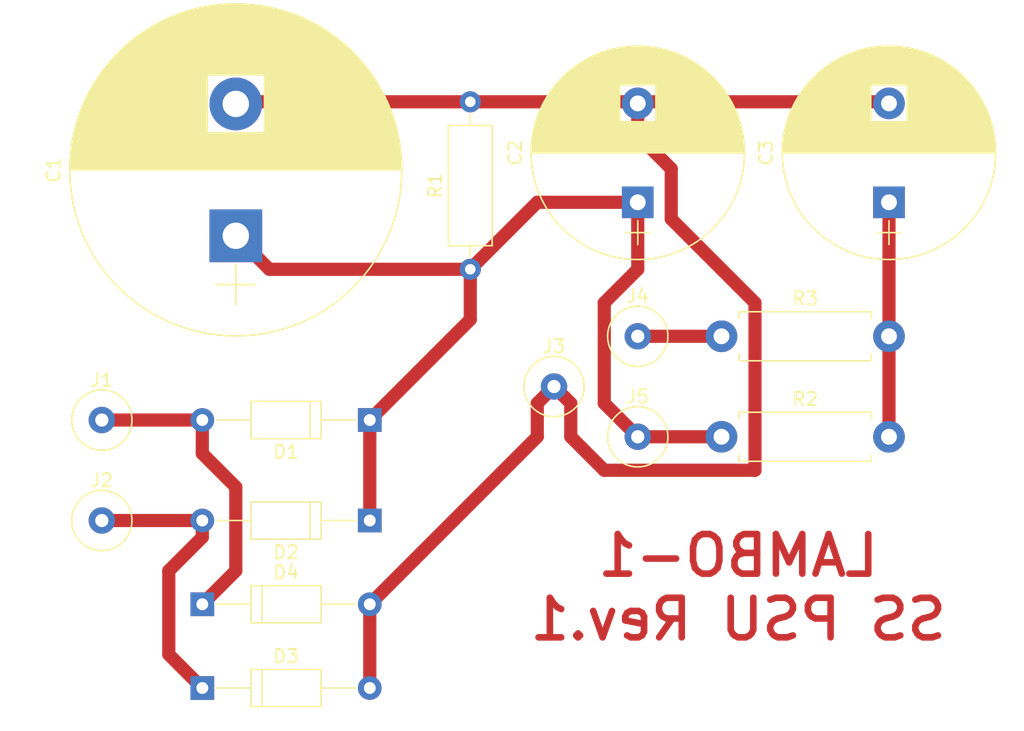
<source format=kicad_pcb>
(kicad_pcb (version 4) (host pcbnew 4.0.6)

  (general
    (links 19)
    (no_connects 0)
    (area 102.769999 70.524999 180.865 126.975)
    (thickness 1.6)
    (drawings 6)
    (tracks 45)
    (zones 0)
    (modules 15)
    (nets 7)
  )

  (page A4)
  (layers
    (0 F.Cu signal)
    (31 B.Cu signal)
    (32 B.Adhes user)
    (33 F.Adhes user)
    (34 B.Paste user)
    (35 F.Paste user)
    (36 B.SilkS user)
    (37 F.SilkS user)
    (38 B.Mask user)
    (39 F.Mask user)
    (40 Dwgs.User user)
    (41 Cmts.User user)
    (42 Eco1.User user)
    (43 Eco2.User user)
    (44 Edge.Cuts user)
    (45 Margin user)
    (46 B.CrtYd user)
    (47 F.CrtYd user)
    (48 B.Fab user)
    (49 F.Fab user)
  )

  (setup
    (last_trace_width 1)
    (trace_clearance 0.5)
    (zone_clearance 2)
    (zone_45_only no)
    (trace_min 0.2)
    (segment_width 0.2)
    (edge_width 0.1)
    (via_size 0.6)
    (via_drill 0.4)
    (via_min_size 0.4)
    (via_min_drill 0.3)
    (uvia_size 0.3)
    (uvia_drill 0.1)
    (uvias_allowed no)
    (uvia_min_size 0.2)
    (uvia_min_drill 0.1)
    (pcb_text_width 0.3)
    (pcb_text_size 1.5 1.5)
    (mod_edge_width 0.15)
    (mod_text_size 1 1)
    (mod_text_width 0.15)
    (pad_size 2 2)
    (pad_drill 1)
    (pad_to_mask_clearance 0)
    (aux_axis_origin 0 0)
    (visible_elements FFFFFFFF)
    (pcbplotparams
      (layerselection 0x00030_80000001)
      (usegerberextensions false)
      (excludeedgelayer true)
      (linewidth 0.100000)
      (plotframeref false)
      (viasonmask false)
      (mode 1)
      (useauxorigin false)
      (hpglpennumber 1)
      (hpglpenspeed 20)
      (hpglpendiameter 15)
      (hpglpenoverlay 2)
      (psnegative false)
      (psa4output false)
      (plotreference true)
      (plotvalue true)
      (plotinvisibletext false)
      (padsonsilk false)
      (subtractmaskfromsilk false)
      (outputformat 1)
      (mirror false)
      (drillshape 1)
      (scaleselection 1)
      (outputdirectory ""))
  )

  (net 0 "")
  (net 1 "Net-(C1-Pad1)")
  (net 2 "Net-(C1-Pad2)")
  (net 3 "Net-(C3-Pad1)")
  (net 4 "Net-(D1-Pad2)")
  (net 5 "Net-(D2-Pad2)")
  (net 6 "Net-(J4-Pad1)")

  (net_class Default "This is the default net class."
    (clearance 0.5)
    (trace_width 1)
    (via_dia 0.6)
    (via_drill 0.4)
    (uvia_dia 0.3)
    (uvia_drill 0.1)
    (add_net "Net-(C1-Pad1)")
    (add_net "Net-(C1-Pad2)")
    (add_net "Net-(C3-Pad1)")
    (add_net "Net-(D1-Pad2)")
    (add_net "Net-(D2-Pad2)")
    (add_net "Net-(J4-Pad1)")
  )

  (module Capacitors_THT:CP_Radial_D25.0mm_P10.00mm_SnapIn (layer F.Cu) (tedit 597BC7C2) (tstamp 59F8ADA9)
    (at 120.65 88.9 90)
    (descr "CP, Radial series, Radial, pin pitch=10.00mm, , diameter=25mm, Electrolytic Capacitor, , http://www.vishay.com/docs/28342/058059pll-si.pdf")
    (tags "CP Radial series Radial pin pitch 10.00mm  diameter 25mm Electrolytic Capacitor")
    (path /59F87D0F)
    (fp_text reference C1 (at 5 -13.81 90) (layer F.SilkS)
      (effects (font (size 1 1) (thickness 0.15)))
    )
    (fp_text value CP (at 5 13.81 90) (layer F.Fab)
      (effects (font (size 1 1) (thickness 0.15)))
    )
    (fp_circle (center 5 0) (end 17.5 0) (layer F.Fab) (width 0.1))
    (fp_circle (center 5 0) (end 17.59 0) (layer F.SilkS) (width 0.12))
    (fp_line (start -5.2 0) (end -2.2 0) (layer F.Fab) (width 0.1))
    (fp_line (start -3.7 -1.5) (end -3.7 1.5) (layer F.Fab) (width 0.1))
    (fp_line (start 5 -12.55) (end 5 12.55) (layer F.SilkS) (width 0.12))
    (fp_line (start 5.04 -12.55) (end 5.04 12.55) (layer F.SilkS) (width 0.12))
    (fp_line (start 5.08 -12.55) (end 5.08 12.55) (layer F.SilkS) (width 0.12))
    (fp_line (start 5.12 -12.55) (end 5.12 12.55) (layer F.SilkS) (width 0.12))
    (fp_line (start 5.16 -12.549) (end 5.16 12.549) (layer F.SilkS) (width 0.12))
    (fp_line (start 5.2 -12.549) (end 5.2 12.549) (layer F.SilkS) (width 0.12))
    (fp_line (start 5.24 -12.548) (end 5.24 12.548) (layer F.SilkS) (width 0.12))
    (fp_line (start 5.28 -12.547) (end 5.28 12.547) (layer F.SilkS) (width 0.12))
    (fp_line (start 5.32 -12.546) (end 5.32 12.546) (layer F.SilkS) (width 0.12))
    (fp_line (start 5.36 -12.545) (end 5.36 12.545) (layer F.SilkS) (width 0.12))
    (fp_line (start 5.4 -12.544) (end 5.4 12.544) (layer F.SilkS) (width 0.12))
    (fp_line (start 5.44 -12.543) (end 5.44 12.543) (layer F.SilkS) (width 0.12))
    (fp_line (start 5.48 -12.541) (end 5.48 12.541) (layer F.SilkS) (width 0.12))
    (fp_line (start 5.52 -12.54) (end 5.52 12.54) (layer F.SilkS) (width 0.12))
    (fp_line (start 5.56 -12.538) (end 5.56 12.538) (layer F.SilkS) (width 0.12))
    (fp_line (start 5.6 -12.536) (end 5.6 12.536) (layer F.SilkS) (width 0.12))
    (fp_line (start 5.64 -12.534) (end 5.64 12.534) (layer F.SilkS) (width 0.12))
    (fp_line (start 5.68 -12.532) (end 5.68 12.532) (layer F.SilkS) (width 0.12))
    (fp_line (start 5.721 -12.53) (end 5.721 12.53) (layer F.SilkS) (width 0.12))
    (fp_line (start 5.761 -12.528) (end 5.761 12.528) (layer F.SilkS) (width 0.12))
    (fp_line (start 5.801 -12.525) (end 5.801 12.525) (layer F.SilkS) (width 0.12))
    (fp_line (start 5.841 -12.522) (end 5.841 12.522) (layer F.SilkS) (width 0.12))
    (fp_line (start 5.881 -12.52) (end 5.881 12.52) (layer F.SilkS) (width 0.12))
    (fp_line (start 5.921 -12.517) (end 5.921 12.517) (layer F.SilkS) (width 0.12))
    (fp_line (start 5.961 -12.514) (end 5.961 12.514) (layer F.SilkS) (width 0.12))
    (fp_line (start 6.001 -12.511) (end 6.001 12.511) (layer F.SilkS) (width 0.12))
    (fp_line (start 6.041 -12.507) (end 6.041 12.507) (layer F.SilkS) (width 0.12))
    (fp_line (start 6.081 -12.504) (end 6.081 12.504) (layer F.SilkS) (width 0.12))
    (fp_line (start 6.121 -12.501) (end 6.121 12.501) (layer F.SilkS) (width 0.12))
    (fp_line (start 6.161 -12.497) (end 6.161 12.497) (layer F.SilkS) (width 0.12))
    (fp_line (start 6.201 -12.493) (end 6.201 12.493) (layer F.SilkS) (width 0.12))
    (fp_line (start 6.241 -12.489) (end 6.241 12.489) (layer F.SilkS) (width 0.12))
    (fp_line (start 6.281 -12.485) (end 6.281 12.485) (layer F.SilkS) (width 0.12))
    (fp_line (start 6.321 -12.481) (end 6.321 12.481) (layer F.SilkS) (width 0.12))
    (fp_line (start 6.361 -12.477) (end 6.361 12.477) (layer F.SilkS) (width 0.12))
    (fp_line (start 6.401 -12.472) (end 6.401 12.472) (layer F.SilkS) (width 0.12))
    (fp_line (start 6.441 -12.468) (end 6.441 12.468) (layer F.SilkS) (width 0.12))
    (fp_line (start 6.481 -12.463) (end 6.481 12.463) (layer F.SilkS) (width 0.12))
    (fp_line (start 6.521 -12.458) (end 6.521 12.458) (layer F.SilkS) (width 0.12))
    (fp_line (start 6.561 -12.453) (end 6.561 12.453) (layer F.SilkS) (width 0.12))
    (fp_line (start 6.601 -12.448) (end 6.601 12.448) (layer F.SilkS) (width 0.12))
    (fp_line (start 6.641 -12.443) (end 6.641 12.443) (layer F.SilkS) (width 0.12))
    (fp_line (start 6.681 -12.438) (end 6.681 12.438) (layer F.SilkS) (width 0.12))
    (fp_line (start 6.721 -12.432) (end 6.721 12.432) (layer F.SilkS) (width 0.12))
    (fp_line (start 6.761 -12.427) (end 6.761 12.427) (layer F.SilkS) (width 0.12))
    (fp_line (start 6.801 -12.421) (end 6.801 12.421) (layer F.SilkS) (width 0.12))
    (fp_line (start 6.841 -12.415) (end 6.841 12.415) (layer F.SilkS) (width 0.12))
    (fp_line (start 6.881 -12.409) (end 6.881 12.409) (layer F.SilkS) (width 0.12))
    (fp_line (start 6.921 -12.403) (end 6.921 12.403) (layer F.SilkS) (width 0.12))
    (fp_line (start 6.961 -12.397) (end 6.961 12.397) (layer F.SilkS) (width 0.12))
    (fp_line (start 7.001 -12.391) (end 7.001 12.391) (layer F.SilkS) (width 0.12))
    (fp_line (start 7.041 -12.384) (end 7.041 12.384) (layer F.SilkS) (width 0.12))
    (fp_line (start 7.081 -12.377) (end 7.081 12.377) (layer F.SilkS) (width 0.12))
    (fp_line (start 7.121 -12.371) (end 7.121 12.371) (layer F.SilkS) (width 0.12))
    (fp_line (start 7.161 -12.364) (end 7.161 12.364) (layer F.SilkS) (width 0.12))
    (fp_line (start 7.201 -12.357) (end 7.201 12.357) (layer F.SilkS) (width 0.12))
    (fp_line (start 7.241 -12.35) (end 7.241 12.35) (layer F.SilkS) (width 0.12))
    (fp_line (start 7.281 -12.342) (end 7.281 12.342) (layer F.SilkS) (width 0.12))
    (fp_line (start 7.321 -12.335) (end 7.321 12.335) (layer F.SilkS) (width 0.12))
    (fp_line (start 7.361 -12.327) (end 7.361 12.327) (layer F.SilkS) (width 0.12))
    (fp_line (start 7.401 -12.32) (end 7.401 12.32) (layer F.SilkS) (width 0.12))
    (fp_line (start 7.441 -12.312) (end 7.441 12.312) (layer F.SilkS) (width 0.12))
    (fp_line (start 7.481 -12.304) (end 7.481 12.304) (layer F.SilkS) (width 0.12))
    (fp_line (start 7.521 -12.296) (end 7.521 12.296) (layer F.SilkS) (width 0.12))
    (fp_line (start 7.561 -12.287) (end 7.561 12.287) (layer F.SilkS) (width 0.12))
    (fp_line (start 7.601 -12.279) (end 7.601 12.279) (layer F.SilkS) (width 0.12))
    (fp_line (start 7.641 -12.271) (end 7.641 12.271) (layer F.SilkS) (width 0.12))
    (fp_line (start 7.681 -12.262) (end 7.681 12.262) (layer F.SilkS) (width 0.12))
    (fp_line (start 7.721 -12.253) (end 7.721 12.253) (layer F.SilkS) (width 0.12))
    (fp_line (start 7.761 -12.244) (end 7.761 12.244) (layer F.SilkS) (width 0.12))
    (fp_line (start 7.801 -12.235) (end 7.801 12.235) (layer F.SilkS) (width 0.12))
    (fp_line (start 7.841 -12.226) (end 7.841 -2.18) (layer F.SilkS) (width 0.12))
    (fp_line (start 7.841 2.18) (end 7.841 12.226) (layer F.SilkS) (width 0.12))
    (fp_line (start 7.881 -12.217) (end 7.881 -2.18) (layer F.SilkS) (width 0.12))
    (fp_line (start 7.881 2.18) (end 7.881 12.217) (layer F.SilkS) (width 0.12))
    (fp_line (start 7.921 -12.207) (end 7.921 -2.18) (layer F.SilkS) (width 0.12))
    (fp_line (start 7.921 2.18) (end 7.921 12.207) (layer F.SilkS) (width 0.12))
    (fp_line (start 7.961 -12.198) (end 7.961 -2.18) (layer F.SilkS) (width 0.12))
    (fp_line (start 7.961 2.18) (end 7.961 12.198) (layer F.SilkS) (width 0.12))
    (fp_line (start 8.001 -12.188) (end 8.001 -2.18) (layer F.SilkS) (width 0.12))
    (fp_line (start 8.001 2.18) (end 8.001 12.188) (layer F.SilkS) (width 0.12))
    (fp_line (start 8.041 -12.178) (end 8.041 -2.18) (layer F.SilkS) (width 0.12))
    (fp_line (start 8.041 2.18) (end 8.041 12.178) (layer F.SilkS) (width 0.12))
    (fp_line (start 8.081 -12.168) (end 8.081 -2.18) (layer F.SilkS) (width 0.12))
    (fp_line (start 8.081 2.18) (end 8.081 12.168) (layer F.SilkS) (width 0.12))
    (fp_line (start 8.121 -12.158) (end 8.121 -2.18) (layer F.SilkS) (width 0.12))
    (fp_line (start 8.121 2.18) (end 8.121 12.158) (layer F.SilkS) (width 0.12))
    (fp_line (start 8.161 -12.147) (end 8.161 -2.18) (layer F.SilkS) (width 0.12))
    (fp_line (start 8.161 2.18) (end 8.161 12.147) (layer F.SilkS) (width 0.12))
    (fp_line (start 8.201 -12.137) (end 8.201 -2.18) (layer F.SilkS) (width 0.12))
    (fp_line (start 8.201 2.18) (end 8.201 12.137) (layer F.SilkS) (width 0.12))
    (fp_line (start 8.241 -12.126) (end 8.241 -2.18) (layer F.SilkS) (width 0.12))
    (fp_line (start 8.241 2.18) (end 8.241 12.126) (layer F.SilkS) (width 0.12))
    (fp_line (start 8.281 -12.116) (end 8.281 -2.18) (layer F.SilkS) (width 0.12))
    (fp_line (start 8.281 2.18) (end 8.281 12.116) (layer F.SilkS) (width 0.12))
    (fp_line (start 8.321 -12.105) (end 8.321 -2.18) (layer F.SilkS) (width 0.12))
    (fp_line (start 8.321 2.18) (end 8.321 12.105) (layer F.SilkS) (width 0.12))
    (fp_line (start 8.361 -12.094) (end 8.361 -2.18) (layer F.SilkS) (width 0.12))
    (fp_line (start 8.361 2.18) (end 8.361 12.094) (layer F.SilkS) (width 0.12))
    (fp_line (start 8.401 -12.083) (end 8.401 -2.18) (layer F.SilkS) (width 0.12))
    (fp_line (start 8.401 2.18) (end 8.401 12.083) (layer F.SilkS) (width 0.12))
    (fp_line (start 8.441 -12.071) (end 8.441 -2.18) (layer F.SilkS) (width 0.12))
    (fp_line (start 8.441 2.18) (end 8.441 12.071) (layer F.SilkS) (width 0.12))
    (fp_line (start 8.481 -12.06) (end 8.481 -2.18) (layer F.SilkS) (width 0.12))
    (fp_line (start 8.481 2.18) (end 8.481 12.06) (layer F.SilkS) (width 0.12))
    (fp_line (start 8.521 -12.048) (end 8.521 -2.18) (layer F.SilkS) (width 0.12))
    (fp_line (start 8.521 2.18) (end 8.521 12.048) (layer F.SilkS) (width 0.12))
    (fp_line (start 8.561 -12.037) (end 8.561 -2.18) (layer F.SilkS) (width 0.12))
    (fp_line (start 8.561 2.18) (end 8.561 12.037) (layer F.SilkS) (width 0.12))
    (fp_line (start 8.601 -12.025) (end 8.601 -2.18) (layer F.SilkS) (width 0.12))
    (fp_line (start 8.601 2.18) (end 8.601 12.025) (layer F.SilkS) (width 0.12))
    (fp_line (start 8.641 -12.013) (end 8.641 -2.18) (layer F.SilkS) (width 0.12))
    (fp_line (start 8.641 2.18) (end 8.641 12.013) (layer F.SilkS) (width 0.12))
    (fp_line (start 8.681 -12.001) (end 8.681 -2.18) (layer F.SilkS) (width 0.12))
    (fp_line (start 8.681 2.18) (end 8.681 12.001) (layer F.SilkS) (width 0.12))
    (fp_line (start 8.721 -11.988) (end 8.721 -2.18) (layer F.SilkS) (width 0.12))
    (fp_line (start 8.721 2.18) (end 8.721 11.988) (layer F.SilkS) (width 0.12))
    (fp_line (start 8.761 -11.976) (end 8.761 -2.18) (layer F.SilkS) (width 0.12))
    (fp_line (start 8.761 2.18) (end 8.761 11.976) (layer F.SilkS) (width 0.12))
    (fp_line (start 8.801 -11.963) (end 8.801 -2.18) (layer F.SilkS) (width 0.12))
    (fp_line (start 8.801 2.18) (end 8.801 11.963) (layer F.SilkS) (width 0.12))
    (fp_line (start 8.841 -11.951) (end 8.841 -2.18) (layer F.SilkS) (width 0.12))
    (fp_line (start 8.841 2.18) (end 8.841 11.951) (layer F.SilkS) (width 0.12))
    (fp_line (start 8.881 -11.938) (end 8.881 -2.18) (layer F.SilkS) (width 0.12))
    (fp_line (start 8.881 2.18) (end 8.881 11.938) (layer F.SilkS) (width 0.12))
    (fp_line (start 8.921 -11.925) (end 8.921 -2.18) (layer F.SilkS) (width 0.12))
    (fp_line (start 8.921 2.18) (end 8.921 11.925) (layer F.SilkS) (width 0.12))
    (fp_line (start 8.961 -11.912) (end 8.961 -2.18) (layer F.SilkS) (width 0.12))
    (fp_line (start 8.961 2.18) (end 8.961 11.912) (layer F.SilkS) (width 0.12))
    (fp_line (start 9.001 -11.898) (end 9.001 -2.18) (layer F.SilkS) (width 0.12))
    (fp_line (start 9.001 2.18) (end 9.001 11.898) (layer F.SilkS) (width 0.12))
    (fp_line (start 9.041 -11.885) (end 9.041 -2.18) (layer F.SilkS) (width 0.12))
    (fp_line (start 9.041 2.18) (end 9.041 11.885) (layer F.SilkS) (width 0.12))
    (fp_line (start 9.081 -11.871) (end 9.081 -2.18) (layer F.SilkS) (width 0.12))
    (fp_line (start 9.081 2.18) (end 9.081 11.871) (layer F.SilkS) (width 0.12))
    (fp_line (start 9.121 -11.857) (end 9.121 -2.18) (layer F.SilkS) (width 0.12))
    (fp_line (start 9.121 2.18) (end 9.121 11.857) (layer F.SilkS) (width 0.12))
    (fp_line (start 9.161 -11.843) (end 9.161 -2.18) (layer F.SilkS) (width 0.12))
    (fp_line (start 9.161 2.18) (end 9.161 11.843) (layer F.SilkS) (width 0.12))
    (fp_line (start 9.201 -11.829) (end 9.201 -2.18) (layer F.SilkS) (width 0.12))
    (fp_line (start 9.201 2.18) (end 9.201 11.829) (layer F.SilkS) (width 0.12))
    (fp_line (start 9.241 -11.815) (end 9.241 -2.18) (layer F.SilkS) (width 0.12))
    (fp_line (start 9.241 2.18) (end 9.241 11.815) (layer F.SilkS) (width 0.12))
    (fp_line (start 9.281 -11.801) (end 9.281 -2.18) (layer F.SilkS) (width 0.12))
    (fp_line (start 9.281 2.18) (end 9.281 11.801) (layer F.SilkS) (width 0.12))
    (fp_line (start 9.321 -11.786) (end 9.321 -2.18) (layer F.SilkS) (width 0.12))
    (fp_line (start 9.321 2.18) (end 9.321 11.786) (layer F.SilkS) (width 0.12))
    (fp_line (start 9.361 -11.771) (end 9.361 -2.18) (layer F.SilkS) (width 0.12))
    (fp_line (start 9.361 2.18) (end 9.361 11.771) (layer F.SilkS) (width 0.12))
    (fp_line (start 9.401 -11.757) (end 9.401 -2.18) (layer F.SilkS) (width 0.12))
    (fp_line (start 9.401 2.18) (end 9.401 11.757) (layer F.SilkS) (width 0.12))
    (fp_line (start 9.441 -11.742) (end 9.441 -2.18) (layer F.SilkS) (width 0.12))
    (fp_line (start 9.441 2.18) (end 9.441 11.742) (layer F.SilkS) (width 0.12))
    (fp_line (start 9.481 -11.726) (end 9.481 -2.18) (layer F.SilkS) (width 0.12))
    (fp_line (start 9.481 2.18) (end 9.481 11.726) (layer F.SilkS) (width 0.12))
    (fp_line (start 9.521 -11.711) (end 9.521 -2.18) (layer F.SilkS) (width 0.12))
    (fp_line (start 9.521 2.18) (end 9.521 11.711) (layer F.SilkS) (width 0.12))
    (fp_line (start 9.561 -11.696) (end 9.561 -2.18) (layer F.SilkS) (width 0.12))
    (fp_line (start 9.561 2.18) (end 9.561 11.696) (layer F.SilkS) (width 0.12))
    (fp_line (start 9.601 -11.68) (end 9.601 -2.18) (layer F.SilkS) (width 0.12))
    (fp_line (start 9.601 2.18) (end 9.601 11.68) (layer F.SilkS) (width 0.12))
    (fp_line (start 9.641 -11.664) (end 9.641 -2.18) (layer F.SilkS) (width 0.12))
    (fp_line (start 9.641 2.18) (end 9.641 11.664) (layer F.SilkS) (width 0.12))
    (fp_line (start 9.681 -11.648) (end 9.681 -2.18) (layer F.SilkS) (width 0.12))
    (fp_line (start 9.681 2.18) (end 9.681 11.648) (layer F.SilkS) (width 0.12))
    (fp_line (start 9.721 -11.632) (end 9.721 -2.18) (layer F.SilkS) (width 0.12))
    (fp_line (start 9.721 2.18) (end 9.721 11.632) (layer F.SilkS) (width 0.12))
    (fp_line (start 9.761 -11.616) (end 9.761 -2.18) (layer F.SilkS) (width 0.12))
    (fp_line (start 9.761 2.18) (end 9.761 11.616) (layer F.SilkS) (width 0.12))
    (fp_line (start 9.801 -11.6) (end 9.801 -2.18) (layer F.SilkS) (width 0.12))
    (fp_line (start 9.801 2.18) (end 9.801 11.6) (layer F.SilkS) (width 0.12))
    (fp_line (start 9.841 -11.583) (end 9.841 -2.18) (layer F.SilkS) (width 0.12))
    (fp_line (start 9.841 2.18) (end 9.841 11.583) (layer F.SilkS) (width 0.12))
    (fp_line (start 9.881 -11.566) (end 9.881 -2.18) (layer F.SilkS) (width 0.12))
    (fp_line (start 9.881 2.18) (end 9.881 11.566) (layer F.SilkS) (width 0.12))
    (fp_line (start 9.921 -11.549) (end 9.921 -2.18) (layer F.SilkS) (width 0.12))
    (fp_line (start 9.921 2.18) (end 9.921 11.549) (layer F.SilkS) (width 0.12))
    (fp_line (start 9.961 -11.532) (end 9.961 -2.18) (layer F.SilkS) (width 0.12))
    (fp_line (start 9.961 2.18) (end 9.961 11.532) (layer F.SilkS) (width 0.12))
    (fp_line (start 10.001 -11.515) (end 10.001 -2.18) (layer F.SilkS) (width 0.12))
    (fp_line (start 10.001 2.18) (end 10.001 11.515) (layer F.SilkS) (width 0.12))
    (fp_line (start 10.041 -11.498) (end 10.041 -2.18) (layer F.SilkS) (width 0.12))
    (fp_line (start 10.041 2.18) (end 10.041 11.498) (layer F.SilkS) (width 0.12))
    (fp_line (start 10.081 -11.48) (end 10.081 -2.18) (layer F.SilkS) (width 0.12))
    (fp_line (start 10.081 2.18) (end 10.081 11.48) (layer F.SilkS) (width 0.12))
    (fp_line (start 10.121 -11.462) (end 10.121 -2.18) (layer F.SilkS) (width 0.12))
    (fp_line (start 10.121 2.18) (end 10.121 11.462) (layer F.SilkS) (width 0.12))
    (fp_line (start 10.161 -11.445) (end 10.161 -2.18) (layer F.SilkS) (width 0.12))
    (fp_line (start 10.161 2.18) (end 10.161 11.445) (layer F.SilkS) (width 0.12))
    (fp_line (start 10.201 -11.426) (end 10.201 -2.18) (layer F.SilkS) (width 0.12))
    (fp_line (start 10.201 2.18) (end 10.201 11.426) (layer F.SilkS) (width 0.12))
    (fp_line (start 10.241 -11.408) (end 10.241 -2.18) (layer F.SilkS) (width 0.12))
    (fp_line (start 10.241 2.18) (end 10.241 11.408) (layer F.SilkS) (width 0.12))
    (fp_line (start 10.281 -11.39) (end 10.281 -2.18) (layer F.SilkS) (width 0.12))
    (fp_line (start 10.281 2.18) (end 10.281 11.39) (layer F.SilkS) (width 0.12))
    (fp_line (start 10.321 -11.371) (end 10.321 -2.18) (layer F.SilkS) (width 0.12))
    (fp_line (start 10.321 2.18) (end 10.321 11.371) (layer F.SilkS) (width 0.12))
    (fp_line (start 10.361 -11.353) (end 10.361 -2.18) (layer F.SilkS) (width 0.12))
    (fp_line (start 10.361 2.18) (end 10.361 11.353) (layer F.SilkS) (width 0.12))
    (fp_line (start 10.401 -11.334) (end 10.401 -2.18) (layer F.SilkS) (width 0.12))
    (fp_line (start 10.401 2.18) (end 10.401 11.334) (layer F.SilkS) (width 0.12))
    (fp_line (start 10.441 -11.315) (end 10.441 -2.18) (layer F.SilkS) (width 0.12))
    (fp_line (start 10.441 2.18) (end 10.441 11.315) (layer F.SilkS) (width 0.12))
    (fp_line (start 10.481 -11.295) (end 10.481 -2.18) (layer F.SilkS) (width 0.12))
    (fp_line (start 10.481 2.18) (end 10.481 11.295) (layer F.SilkS) (width 0.12))
    (fp_line (start 10.521 -11.276) (end 10.521 -2.18) (layer F.SilkS) (width 0.12))
    (fp_line (start 10.521 2.18) (end 10.521 11.276) (layer F.SilkS) (width 0.12))
    (fp_line (start 10.561 -11.256) (end 10.561 -2.18) (layer F.SilkS) (width 0.12))
    (fp_line (start 10.561 2.18) (end 10.561 11.256) (layer F.SilkS) (width 0.12))
    (fp_line (start 10.601 -11.236) (end 10.601 -2.18) (layer F.SilkS) (width 0.12))
    (fp_line (start 10.601 2.18) (end 10.601 11.236) (layer F.SilkS) (width 0.12))
    (fp_line (start 10.641 -11.217) (end 10.641 -2.18) (layer F.SilkS) (width 0.12))
    (fp_line (start 10.641 2.18) (end 10.641 11.217) (layer F.SilkS) (width 0.12))
    (fp_line (start 10.681 -11.196) (end 10.681 -2.18) (layer F.SilkS) (width 0.12))
    (fp_line (start 10.681 2.18) (end 10.681 11.196) (layer F.SilkS) (width 0.12))
    (fp_line (start 10.721 -11.176) (end 10.721 -2.18) (layer F.SilkS) (width 0.12))
    (fp_line (start 10.721 2.18) (end 10.721 11.176) (layer F.SilkS) (width 0.12))
    (fp_line (start 10.761 -11.156) (end 10.761 -2.18) (layer F.SilkS) (width 0.12))
    (fp_line (start 10.761 2.18) (end 10.761 11.156) (layer F.SilkS) (width 0.12))
    (fp_line (start 10.801 -11.135) (end 10.801 -2.18) (layer F.SilkS) (width 0.12))
    (fp_line (start 10.801 2.18) (end 10.801 11.135) (layer F.SilkS) (width 0.12))
    (fp_line (start 10.841 -11.114) (end 10.841 -2.18) (layer F.SilkS) (width 0.12))
    (fp_line (start 10.841 2.18) (end 10.841 11.114) (layer F.SilkS) (width 0.12))
    (fp_line (start 10.881 -11.093) (end 10.881 -2.18) (layer F.SilkS) (width 0.12))
    (fp_line (start 10.881 2.18) (end 10.881 11.093) (layer F.SilkS) (width 0.12))
    (fp_line (start 10.921 -11.072) (end 10.921 -2.18) (layer F.SilkS) (width 0.12))
    (fp_line (start 10.921 2.18) (end 10.921 11.072) (layer F.SilkS) (width 0.12))
    (fp_line (start 10.961 -11.05) (end 10.961 -2.18) (layer F.SilkS) (width 0.12))
    (fp_line (start 10.961 2.18) (end 10.961 11.05) (layer F.SilkS) (width 0.12))
    (fp_line (start 11.001 -11.029) (end 11.001 -2.18) (layer F.SilkS) (width 0.12))
    (fp_line (start 11.001 2.18) (end 11.001 11.029) (layer F.SilkS) (width 0.12))
    (fp_line (start 11.041 -11.007) (end 11.041 -2.18) (layer F.SilkS) (width 0.12))
    (fp_line (start 11.041 2.18) (end 11.041 11.007) (layer F.SilkS) (width 0.12))
    (fp_line (start 11.081 -10.985) (end 11.081 -2.18) (layer F.SilkS) (width 0.12))
    (fp_line (start 11.081 2.18) (end 11.081 10.985) (layer F.SilkS) (width 0.12))
    (fp_line (start 11.121 -10.963) (end 11.121 -2.18) (layer F.SilkS) (width 0.12))
    (fp_line (start 11.121 2.18) (end 11.121 10.963) (layer F.SilkS) (width 0.12))
    (fp_line (start 11.161 -10.941) (end 11.161 -2.18) (layer F.SilkS) (width 0.12))
    (fp_line (start 11.161 2.18) (end 11.161 10.941) (layer F.SilkS) (width 0.12))
    (fp_line (start 11.201 -10.918) (end 11.201 -2.18) (layer F.SilkS) (width 0.12))
    (fp_line (start 11.201 2.18) (end 11.201 10.918) (layer F.SilkS) (width 0.12))
    (fp_line (start 11.241 -10.895) (end 11.241 -2.18) (layer F.SilkS) (width 0.12))
    (fp_line (start 11.241 2.18) (end 11.241 10.895) (layer F.SilkS) (width 0.12))
    (fp_line (start 11.281 -10.872) (end 11.281 -2.18) (layer F.SilkS) (width 0.12))
    (fp_line (start 11.281 2.18) (end 11.281 10.872) (layer F.SilkS) (width 0.12))
    (fp_line (start 11.321 -10.849) (end 11.321 -2.18) (layer F.SilkS) (width 0.12))
    (fp_line (start 11.321 2.18) (end 11.321 10.849) (layer F.SilkS) (width 0.12))
    (fp_line (start 11.361 -10.826) (end 11.361 -2.18) (layer F.SilkS) (width 0.12))
    (fp_line (start 11.361 2.18) (end 11.361 10.826) (layer F.SilkS) (width 0.12))
    (fp_line (start 11.401 -10.802) (end 11.401 -2.18) (layer F.SilkS) (width 0.12))
    (fp_line (start 11.401 2.18) (end 11.401 10.802) (layer F.SilkS) (width 0.12))
    (fp_line (start 11.441 -10.779) (end 11.441 -2.18) (layer F.SilkS) (width 0.12))
    (fp_line (start 11.441 2.18) (end 11.441 10.779) (layer F.SilkS) (width 0.12))
    (fp_line (start 11.481 -10.755) (end 11.481 -2.18) (layer F.SilkS) (width 0.12))
    (fp_line (start 11.481 2.18) (end 11.481 10.755) (layer F.SilkS) (width 0.12))
    (fp_line (start 11.521 -10.731) (end 11.521 -2.18) (layer F.SilkS) (width 0.12))
    (fp_line (start 11.521 2.18) (end 11.521 10.731) (layer F.SilkS) (width 0.12))
    (fp_line (start 11.561 -10.706) (end 11.561 -2.18) (layer F.SilkS) (width 0.12))
    (fp_line (start 11.561 2.18) (end 11.561 10.706) (layer F.SilkS) (width 0.12))
    (fp_line (start 11.601 -10.682) (end 11.601 -2.18) (layer F.SilkS) (width 0.12))
    (fp_line (start 11.601 2.18) (end 11.601 10.682) (layer F.SilkS) (width 0.12))
    (fp_line (start 11.641 -10.657) (end 11.641 -2.18) (layer F.SilkS) (width 0.12))
    (fp_line (start 11.641 2.18) (end 11.641 10.657) (layer F.SilkS) (width 0.12))
    (fp_line (start 11.681 -10.632) (end 11.681 -2.18) (layer F.SilkS) (width 0.12))
    (fp_line (start 11.681 2.18) (end 11.681 10.632) (layer F.SilkS) (width 0.12))
    (fp_line (start 11.721 -10.607) (end 11.721 -2.18) (layer F.SilkS) (width 0.12))
    (fp_line (start 11.721 2.18) (end 11.721 10.607) (layer F.SilkS) (width 0.12))
    (fp_line (start 11.761 -10.582) (end 11.761 -2.18) (layer F.SilkS) (width 0.12))
    (fp_line (start 11.761 2.18) (end 11.761 10.582) (layer F.SilkS) (width 0.12))
    (fp_line (start 11.801 -10.556) (end 11.801 -2.18) (layer F.SilkS) (width 0.12))
    (fp_line (start 11.801 2.18) (end 11.801 10.556) (layer F.SilkS) (width 0.12))
    (fp_line (start 11.841 -10.53) (end 11.841 -2.18) (layer F.SilkS) (width 0.12))
    (fp_line (start 11.841 2.18) (end 11.841 10.53) (layer F.SilkS) (width 0.12))
    (fp_line (start 11.881 -10.504) (end 11.881 -2.18) (layer F.SilkS) (width 0.12))
    (fp_line (start 11.881 2.18) (end 11.881 10.504) (layer F.SilkS) (width 0.12))
    (fp_line (start 11.921 -10.478) (end 11.921 -2.18) (layer F.SilkS) (width 0.12))
    (fp_line (start 11.921 2.18) (end 11.921 10.478) (layer F.SilkS) (width 0.12))
    (fp_line (start 11.961 -10.452) (end 11.961 -2.18) (layer F.SilkS) (width 0.12))
    (fp_line (start 11.961 2.18) (end 11.961 10.452) (layer F.SilkS) (width 0.12))
    (fp_line (start 12.001 -10.425) (end 12.001 -2.18) (layer F.SilkS) (width 0.12))
    (fp_line (start 12.001 2.18) (end 12.001 10.425) (layer F.SilkS) (width 0.12))
    (fp_line (start 12.041 -10.398) (end 12.041 -2.18) (layer F.SilkS) (width 0.12))
    (fp_line (start 12.041 2.18) (end 12.041 10.398) (layer F.SilkS) (width 0.12))
    (fp_line (start 12.081 -10.371) (end 12.081 -2.18) (layer F.SilkS) (width 0.12))
    (fp_line (start 12.081 2.18) (end 12.081 10.371) (layer F.SilkS) (width 0.12))
    (fp_line (start 12.121 -10.344) (end 12.121 -2.18) (layer F.SilkS) (width 0.12))
    (fp_line (start 12.121 2.18) (end 12.121 10.344) (layer F.SilkS) (width 0.12))
    (fp_line (start 12.161 -10.316) (end 12.161 -2.18) (layer F.SilkS) (width 0.12))
    (fp_line (start 12.161 2.18) (end 12.161 10.316) (layer F.SilkS) (width 0.12))
    (fp_line (start 12.201 -10.289) (end 12.201 10.289) (layer F.SilkS) (width 0.12))
    (fp_line (start 12.241 -10.261) (end 12.241 10.261) (layer F.SilkS) (width 0.12))
    (fp_line (start 12.281 -10.232) (end 12.281 10.232) (layer F.SilkS) (width 0.12))
    (fp_line (start 12.321 -10.204) (end 12.321 10.204) (layer F.SilkS) (width 0.12))
    (fp_line (start 12.361 -10.175) (end 12.361 10.175) (layer F.SilkS) (width 0.12))
    (fp_line (start 12.401 -10.146) (end 12.401 10.146) (layer F.SilkS) (width 0.12))
    (fp_line (start 12.441 -10.117) (end 12.441 10.117) (layer F.SilkS) (width 0.12))
    (fp_line (start 12.481 -10.088) (end 12.481 10.088) (layer F.SilkS) (width 0.12))
    (fp_line (start 12.521 -10.058) (end 12.521 10.058) (layer F.SilkS) (width 0.12))
    (fp_line (start 12.561 -10.028) (end 12.561 10.028) (layer F.SilkS) (width 0.12))
    (fp_line (start 12.601 -9.998) (end 12.601 9.998) (layer F.SilkS) (width 0.12))
    (fp_line (start 12.641 -9.967) (end 12.641 9.967) (layer F.SilkS) (width 0.12))
    (fp_line (start 12.681 -9.937) (end 12.681 9.937) (layer F.SilkS) (width 0.12))
    (fp_line (start 12.721 -9.906) (end 12.721 9.906) (layer F.SilkS) (width 0.12))
    (fp_line (start 12.761 -9.875) (end 12.761 9.875) (layer F.SilkS) (width 0.12))
    (fp_line (start 12.801 -9.843) (end 12.801 9.843) (layer F.SilkS) (width 0.12))
    (fp_line (start 12.841 -9.812) (end 12.841 9.812) (layer F.SilkS) (width 0.12))
    (fp_line (start 12.881 -9.78) (end 12.881 9.78) (layer F.SilkS) (width 0.12))
    (fp_line (start 12.921 -9.747) (end 12.921 9.747) (layer F.SilkS) (width 0.12))
    (fp_line (start 12.961 -9.715) (end 12.961 9.715) (layer F.SilkS) (width 0.12))
    (fp_line (start 13.001 -9.682) (end 13.001 9.682) (layer F.SilkS) (width 0.12))
    (fp_line (start 13.041 -9.649) (end 13.041 9.649) (layer F.SilkS) (width 0.12))
    (fp_line (start 13.081 -9.616) (end 13.081 9.616) (layer F.SilkS) (width 0.12))
    (fp_line (start 13.121 -9.582) (end 13.121 9.582) (layer F.SilkS) (width 0.12))
    (fp_line (start 13.161 -9.548) (end 13.161 9.548) (layer F.SilkS) (width 0.12))
    (fp_line (start 13.2 -9.514) (end 13.2 9.514) (layer F.SilkS) (width 0.12))
    (fp_line (start 13.24 -9.479) (end 13.24 9.479) (layer F.SilkS) (width 0.12))
    (fp_line (start 13.28 -9.445) (end 13.28 9.445) (layer F.SilkS) (width 0.12))
    (fp_line (start 13.32 -9.41) (end 13.32 9.41) (layer F.SilkS) (width 0.12))
    (fp_line (start 13.36 -9.374) (end 13.36 9.374) (layer F.SilkS) (width 0.12))
    (fp_line (start 13.4 -9.339) (end 13.4 9.339) (layer F.SilkS) (width 0.12))
    (fp_line (start 13.44 -9.303) (end 13.44 9.303) (layer F.SilkS) (width 0.12))
    (fp_line (start 13.48 -9.266) (end 13.48 9.266) (layer F.SilkS) (width 0.12))
    (fp_line (start 13.52 -9.23) (end 13.52 9.23) (layer F.SilkS) (width 0.12))
    (fp_line (start 13.56 -9.193) (end 13.56 9.193) (layer F.SilkS) (width 0.12))
    (fp_line (start 13.6 -9.156) (end 13.6 9.156) (layer F.SilkS) (width 0.12))
    (fp_line (start 13.64 -9.118) (end 13.64 9.118) (layer F.SilkS) (width 0.12))
    (fp_line (start 13.68 -9.08) (end 13.68 9.08) (layer F.SilkS) (width 0.12))
    (fp_line (start 13.72 -9.042) (end 13.72 9.042) (layer F.SilkS) (width 0.12))
    (fp_line (start 13.76 -9.003) (end 13.76 9.003) (layer F.SilkS) (width 0.12))
    (fp_line (start 13.8 -8.964) (end 13.8 8.964) (layer F.SilkS) (width 0.12))
    (fp_line (start 13.84 -8.925) (end 13.84 8.925) (layer F.SilkS) (width 0.12))
    (fp_line (start 13.88 -8.885) (end 13.88 8.885) (layer F.SilkS) (width 0.12))
    (fp_line (start 13.92 -8.845) (end 13.92 8.845) (layer F.SilkS) (width 0.12))
    (fp_line (start 13.96 -8.805) (end 13.96 8.805) (layer F.SilkS) (width 0.12))
    (fp_line (start 14 -8.764) (end 14 8.764) (layer F.SilkS) (width 0.12))
    (fp_line (start 14.04 -8.723) (end 14.04 8.723) (layer F.SilkS) (width 0.12))
    (fp_line (start 14.08 -8.682) (end 14.08 8.682) (layer F.SilkS) (width 0.12))
    (fp_line (start 14.12 -8.64) (end 14.12 8.64) (layer F.SilkS) (width 0.12))
    (fp_line (start 14.16 -8.598) (end 14.16 8.598) (layer F.SilkS) (width 0.12))
    (fp_line (start 14.2 -8.555) (end 14.2 8.555) (layer F.SilkS) (width 0.12))
    (fp_line (start 14.24 -8.512) (end 14.24 8.512) (layer F.SilkS) (width 0.12))
    (fp_line (start 14.28 -8.469) (end 14.28 8.469) (layer F.SilkS) (width 0.12))
    (fp_line (start 14.32 -8.425) (end 14.32 8.425) (layer F.SilkS) (width 0.12))
    (fp_line (start 14.36 -8.381) (end 14.36 8.381) (layer F.SilkS) (width 0.12))
    (fp_line (start 14.4 -8.336) (end 14.4 8.336) (layer F.SilkS) (width 0.12))
    (fp_line (start 14.44 -8.291) (end 14.44 8.291) (layer F.SilkS) (width 0.12))
    (fp_line (start 14.48 -8.245) (end 14.48 8.245) (layer F.SilkS) (width 0.12))
    (fp_line (start 14.52 -8.199) (end 14.52 8.199) (layer F.SilkS) (width 0.12))
    (fp_line (start 14.56 -8.153) (end 14.56 8.153) (layer F.SilkS) (width 0.12))
    (fp_line (start 14.6 -8.106) (end 14.6 8.106) (layer F.SilkS) (width 0.12))
    (fp_line (start 14.64 -8.059) (end 14.64 8.059) (layer F.SilkS) (width 0.12))
    (fp_line (start 14.68 -8.011) (end 14.68 8.011) (layer F.SilkS) (width 0.12))
    (fp_line (start 14.72 -7.962) (end 14.72 7.962) (layer F.SilkS) (width 0.12))
    (fp_line (start 14.76 -7.914) (end 14.76 7.914) (layer F.SilkS) (width 0.12))
    (fp_line (start 14.8 -7.864) (end 14.8 7.864) (layer F.SilkS) (width 0.12))
    (fp_line (start 14.84 -7.814) (end 14.84 7.814) (layer F.SilkS) (width 0.12))
    (fp_line (start 14.88 -7.764) (end 14.88 7.764) (layer F.SilkS) (width 0.12))
    (fp_line (start 14.92 -7.713) (end 14.92 7.713) (layer F.SilkS) (width 0.12))
    (fp_line (start 14.96 -7.662) (end 14.96 7.662) (layer F.SilkS) (width 0.12))
    (fp_line (start 15 -7.61) (end 15 7.61) (layer F.SilkS) (width 0.12))
    (fp_line (start 15.04 -7.557) (end 15.04 7.557) (layer F.SilkS) (width 0.12))
    (fp_line (start 15.08 -7.504) (end 15.08 7.504) (layer F.SilkS) (width 0.12))
    (fp_line (start 15.12 -7.45) (end 15.12 7.45) (layer F.SilkS) (width 0.12))
    (fp_line (start 15.16 -7.396) (end 15.16 7.396) (layer F.SilkS) (width 0.12))
    (fp_line (start 15.2 -7.341) (end 15.2 7.341) (layer F.SilkS) (width 0.12))
    (fp_line (start 15.24 -7.285) (end 15.24 7.285) (layer F.SilkS) (width 0.12))
    (fp_line (start 15.28 -7.229) (end 15.28 7.229) (layer F.SilkS) (width 0.12))
    (fp_line (start 15.32 -7.172) (end 15.32 7.172) (layer F.SilkS) (width 0.12))
    (fp_line (start 15.36 -7.114) (end 15.36 7.114) (layer F.SilkS) (width 0.12))
    (fp_line (start 15.4 -7.056) (end 15.4 7.056) (layer F.SilkS) (width 0.12))
    (fp_line (start 15.44 -6.997) (end 15.44 6.997) (layer F.SilkS) (width 0.12))
    (fp_line (start 15.48 -6.937) (end 15.48 6.937) (layer F.SilkS) (width 0.12))
    (fp_line (start 15.52 -6.877) (end 15.52 6.877) (layer F.SilkS) (width 0.12))
    (fp_line (start 15.56 -6.816) (end 15.56 6.816) (layer F.SilkS) (width 0.12))
    (fp_line (start 15.6 -6.754) (end 15.6 6.754) (layer F.SilkS) (width 0.12))
    (fp_line (start 15.64 -6.691) (end 15.64 6.691) (layer F.SilkS) (width 0.12))
    (fp_line (start 15.68 -6.627) (end 15.68 6.627) (layer F.SilkS) (width 0.12))
    (fp_line (start 15.72 -6.563) (end 15.72 6.563) (layer F.SilkS) (width 0.12))
    (fp_line (start 15.76 -6.497) (end 15.76 6.497) (layer F.SilkS) (width 0.12))
    (fp_line (start 15.8 -6.431) (end 15.8 6.431) (layer F.SilkS) (width 0.12))
    (fp_line (start 15.84 -6.364) (end 15.84 6.364) (layer F.SilkS) (width 0.12))
    (fp_line (start 15.88 -6.296) (end 15.88 6.296) (layer F.SilkS) (width 0.12))
    (fp_line (start 15.92 -6.226) (end 15.92 6.226) (layer F.SilkS) (width 0.12))
    (fp_line (start 15.96 -6.156) (end 15.96 6.156) (layer F.SilkS) (width 0.12))
    (fp_line (start 16 -6.085) (end 16 6.085) (layer F.SilkS) (width 0.12))
    (fp_line (start 16.04 -6.012) (end 16.04 6.012) (layer F.SilkS) (width 0.12))
    (fp_line (start 16.08 -5.939) (end 16.08 5.939) (layer F.SilkS) (width 0.12))
    (fp_line (start 16.12 -5.864) (end 16.12 5.864) (layer F.SilkS) (width 0.12))
    (fp_line (start 16.16 -5.788) (end 16.16 5.788) (layer F.SilkS) (width 0.12))
    (fp_line (start 16.2 -5.711) (end 16.2 5.711) (layer F.SilkS) (width 0.12))
    (fp_line (start 16.24 -5.632) (end 16.24 5.632) (layer F.SilkS) (width 0.12))
    (fp_line (start 16.28 -5.552) (end 16.28 5.552) (layer F.SilkS) (width 0.12))
    (fp_line (start 16.32 -5.471) (end 16.32 5.471) (layer F.SilkS) (width 0.12))
    (fp_line (start 16.36 -5.388) (end 16.36 5.388) (layer F.SilkS) (width 0.12))
    (fp_line (start 16.4 -5.304) (end 16.4 5.304) (layer F.SilkS) (width 0.12))
    (fp_line (start 16.44 -5.217) (end 16.44 5.217) (layer F.SilkS) (width 0.12))
    (fp_line (start 16.48 -5.129) (end 16.48 5.129) (layer F.SilkS) (width 0.12))
    (fp_line (start 16.52 -5.04) (end 16.52 5.04) (layer F.SilkS) (width 0.12))
    (fp_line (start 16.56 -4.948) (end 16.56 4.948) (layer F.SilkS) (width 0.12))
    (fp_line (start 16.6 -4.854) (end 16.6 4.854) (layer F.SilkS) (width 0.12))
    (fp_line (start 16.64 -4.758) (end 16.64 4.758) (layer F.SilkS) (width 0.12))
    (fp_line (start 16.68 -4.66) (end 16.68 4.66) (layer F.SilkS) (width 0.12))
    (fp_line (start 16.72 -4.559) (end 16.72 4.559) (layer F.SilkS) (width 0.12))
    (fp_line (start 16.76 -4.456) (end 16.76 4.456) (layer F.SilkS) (width 0.12))
    (fp_line (start 16.8 -4.35) (end 16.8 4.35) (layer F.SilkS) (width 0.12))
    (fp_line (start 16.84 -4.241) (end 16.84 4.241) (layer F.SilkS) (width 0.12))
    (fp_line (start 16.88 -4.129) (end 16.88 4.129) (layer F.SilkS) (width 0.12))
    (fp_line (start 16.92 -4.013) (end 16.92 4.013) (layer F.SilkS) (width 0.12))
    (fp_line (start 16.96 -3.893) (end 16.96 3.893) (layer F.SilkS) (width 0.12))
    (fp_line (start 17 -3.769) (end 17 3.769) (layer F.SilkS) (width 0.12))
    (fp_line (start 17.04 -3.641) (end 17.04 3.641) (layer F.SilkS) (width 0.12))
    (fp_line (start 17.08 -3.508) (end 17.08 3.508) (layer F.SilkS) (width 0.12))
    (fp_line (start 17.12 -3.368) (end 17.12 3.368) (layer F.SilkS) (width 0.12))
    (fp_line (start 17.16 -3.223) (end 17.16 3.223) (layer F.SilkS) (width 0.12))
    (fp_line (start 17.2 -3.07) (end 17.2 3.07) (layer F.SilkS) (width 0.12))
    (fp_line (start 17.24 -2.908) (end 17.24 2.908) (layer F.SilkS) (width 0.12))
    (fp_line (start 17.28 -2.737) (end 17.28 2.737) (layer F.SilkS) (width 0.12))
    (fp_line (start 17.32 -2.554) (end 17.32 2.554) (layer F.SilkS) (width 0.12))
    (fp_line (start 17.36 -2.356) (end 17.36 2.356) (layer F.SilkS) (width 0.12))
    (fp_line (start 17.4 -2.14) (end 17.4 2.14) (layer F.SilkS) (width 0.12))
    (fp_line (start 17.44 -1.898) (end 17.44 1.898) (layer F.SilkS) (width 0.12))
    (fp_line (start 17.48 -1.621) (end 17.48 1.621) (layer F.SilkS) (width 0.12))
    (fp_line (start 17.52 -1.286) (end 17.52 1.286) (layer F.SilkS) (width 0.12))
    (fp_line (start 17.56 -0.829) (end 17.56 0.829) (layer F.SilkS) (width 0.12))
    (fp_line (start -5.2 0) (end -2.2 0) (layer F.SilkS) (width 0.12))
    (fp_line (start -3.7 -1.5) (end -3.7 1.5) (layer F.SilkS) (width 0.12))
    (fp_line (start -7.85 -12.85) (end -7.85 12.85) (layer F.CrtYd) (width 0.05))
    (fp_line (start -7.85 12.85) (end 17.85 12.85) (layer F.CrtYd) (width 0.05))
    (fp_line (start 17.85 12.85) (end 17.85 -12.85) (layer F.CrtYd) (width 0.05))
    (fp_line (start 17.85 -12.85) (end -7.85 -12.85) (layer F.CrtYd) (width 0.05))
    (fp_text user %R (at 5 0 90) (layer F.Fab)
      (effects (font (size 1 1) (thickness 0.15)))
    )
    (pad 1 thru_hole rect (at 0 0 90) (size 4 4) (drill 2) (layers *.Cu *.Mask)
      (net 1 "Net-(C1-Pad1)"))
    (pad 2 thru_hole circle (at 10 0 90) (size 4 4) (drill 2) (layers *.Cu *.Mask)
      (net 2 "Net-(C1-Pad2)"))
    (model ${KISYS3DMOD}/Capacitors_THT.3dshapes/CP_Radial_D25.0mm_P10.00mm_SnapIn.wrl
      (at (xyz 0 0 0))
      (scale (xyz 1 1 1))
      (rotate (xyz 0 0 0))
    )
  )

  (module Capacitors_THT:CP_Radial_D16.0mm_P7.50mm (layer F.Cu) (tedit 597BC7C2) (tstamp 59F8AECA)
    (at 151.13 86.36 90)
    (descr "CP, Radial series, Radial, pin pitch=7.50mm, , diameter=16mm, Electrolytic Capacitor")
    (tags "CP Radial series Radial pin pitch 7.50mm  diameter 16mm Electrolytic Capacitor")
    (path /59F87DCB)
    (fp_text reference C2 (at 3.75 -9.31 90) (layer F.SilkS)
      (effects (font (size 1 1) (thickness 0.15)))
    )
    (fp_text value CP (at 3.75 9.31 90) (layer F.Fab)
      (effects (font (size 1 1) (thickness 0.15)))
    )
    (fp_circle (center 3.75 0) (end 11.75 0) (layer F.Fab) (width 0.1))
    (fp_circle (center 3.75 0) (end 11.84 0) (layer F.SilkS) (width 0.12))
    (fp_line (start -3.2 0) (end -1.4 0) (layer F.Fab) (width 0.1))
    (fp_line (start -2.3 -0.9) (end -2.3 0.9) (layer F.Fab) (width 0.1))
    (fp_line (start 3.75 -8.051) (end 3.75 8.051) (layer F.SilkS) (width 0.12))
    (fp_line (start 3.79 -8.05) (end 3.79 8.05) (layer F.SilkS) (width 0.12))
    (fp_line (start 3.83 -8.05) (end 3.83 8.05) (layer F.SilkS) (width 0.12))
    (fp_line (start 3.87 -8.05) (end 3.87 8.05) (layer F.SilkS) (width 0.12))
    (fp_line (start 3.91 -8.049) (end 3.91 8.049) (layer F.SilkS) (width 0.12))
    (fp_line (start 3.95 -8.048) (end 3.95 8.048) (layer F.SilkS) (width 0.12))
    (fp_line (start 3.99 -8.047) (end 3.99 8.047) (layer F.SilkS) (width 0.12))
    (fp_line (start 4.03 -8.046) (end 4.03 8.046) (layer F.SilkS) (width 0.12))
    (fp_line (start 4.07 -8.044) (end 4.07 8.044) (layer F.SilkS) (width 0.12))
    (fp_line (start 4.11 -8.042) (end 4.11 8.042) (layer F.SilkS) (width 0.12))
    (fp_line (start 4.15 -8.041) (end 4.15 8.041) (layer F.SilkS) (width 0.12))
    (fp_line (start 4.19 -8.039) (end 4.19 8.039) (layer F.SilkS) (width 0.12))
    (fp_line (start 4.23 -8.036) (end 4.23 8.036) (layer F.SilkS) (width 0.12))
    (fp_line (start 4.27 -8.034) (end 4.27 8.034) (layer F.SilkS) (width 0.12))
    (fp_line (start 4.31 -8.031) (end 4.31 8.031) (layer F.SilkS) (width 0.12))
    (fp_line (start 4.35 -8.028) (end 4.35 8.028) (layer F.SilkS) (width 0.12))
    (fp_line (start 4.39 -8.025) (end 4.39 8.025) (layer F.SilkS) (width 0.12))
    (fp_line (start 4.43 -8.022) (end 4.43 8.022) (layer F.SilkS) (width 0.12))
    (fp_line (start 4.471 -8.018) (end 4.471 8.018) (layer F.SilkS) (width 0.12))
    (fp_line (start 4.511 -8.015) (end 4.511 8.015) (layer F.SilkS) (width 0.12))
    (fp_line (start 4.551 -8.011) (end 4.551 8.011) (layer F.SilkS) (width 0.12))
    (fp_line (start 4.591 -8.007) (end 4.591 8.007) (layer F.SilkS) (width 0.12))
    (fp_line (start 4.631 -8.002) (end 4.631 8.002) (layer F.SilkS) (width 0.12))
    (fp_line (start 4.671 -7.998) (end 4.671 7.998) (layer F.SilkS) (width 0.12))
    (fp_line (start 4.711 -7.993) (end 4.711 7.993) (layer F.SilkS) (width 0.12))
    (fp_line (start 4.751 -7.988) (end 4.751 7.988) (layer F.SilkS) (width 0.12))
    (fp_line (start 4.791 -7.983) (end 4.791 7.983) (layer F.SilkS) (width 0.12))
    (fp_line (start 4.831 -7.978) (end 4.831 7.978) (layer F.SilkS) (width 0.12))
    (fp_line (start 4.871 -7.973) (end 4.871 7.973) (layer F.SilkS) (width 0.12))
    (fp_line (start 4.911 -7.967) (end 4.911 7.967) (layer F.SilkS) (width 0.12))
    (fp_line (start 4.951 -7.961) (end 4.951 7.961) (layer F.SilkS) (width 0.12))
    (fp_line (start 4.991 -7.955) (end 4.991 7.955) (layer F.SilkS) (width 0.12))
    (fp_line (start 5.031 -7.949) (end 5.031 7.949) (layer F.SilkS) (width 0.12))
    (fp_line (start 5.071 -7.942) (end 5.071 7.942) (layer F.SilkS) (width 0.12))
    (fp_line (start 5.111 -7.935) (end 5.111 7.935) (layer F.SilkS) (width 0.12))
    (fp_line (start 5.151 -7.928) (end 5.151 7.928) (layer F.SilkS) (width 0.12))
    (fp_line (start 5.191 -7.921) (end 5.191 7.921) (layer F.SilkS) (width 0.12))
    (fp_line (start 5.231 -7.914) (end 5.231 7.914) (layer F.SilkS) (width 0.12))
    (fp_line (start 5.271 -7.906) (end 5.271 7.906) (layer F.SilkS) (width 0.12))
    (fp_line (start 5.311 -7.899) (end 5.311 7.899) (layer F.SilkS) (width 0.12))
    (fp_line (start 5.351 -7.891) (end 5.351 7.891) (layer F.SilkS) (width 0.12))
    (fp_line (start 5.391 -7.883) (end 5.391 7.883) (layer F.SilkS) (width 0.12))
    (fp_line (start 5.431 -7.874) (end 5.431 7.874) (layer F.SilkS) (width 0.12))
    (fp_line (start 5.471 -7.866) (end 5.471 7.866) (layer F.SilkS) (width 0.12))
    (fp_line (start 5.511 -7.857) (end 5.511 7.857) (layer F.SilkS) (width 0.12))
    (fp_line (start 5.551 -7.848) (end 5.551 7.848) (layer F.SilkS) (width 0.12))
    (fp_line (start 5.591 -7.838) (end 5.591 7.838) (layer F.SilkS) (width 0.12))
    (fp_line (start 5.631 -7.829) (end 5.631 7.829) (layer F.SilkS) (width 0.12))
    (fp_line (start 5.671 -7.819) (end 5.671 7.819) (layer F.SilkS) (width 0.12))
    (fp_line (start 5.711 -7.809) (end 5.711 7.809) (layer F.SilkS) (width 0.12))
    (fp_line (start 5.751 -7.799) (end 5.751 7.799) (layer F.SilkS) (width 0.12))
    (fp_line (start 5.791 -7.789) (end 5.791 7.789) (layer F.SilkS) (width 0.12))
    (fp_line (start 5.831 -7.779) (end 5.831 7.779) (layer F.SilkS) (width 0.12))
    (fp_line (start 5.871 -7.768) (end 5.871 7.768) (layer F.SilkS) (width 0.12))
    (fp_line (start 5.911 -7.757) (end 5.911 7.757) (layer F.SilkS) (width 0.12))
    (fp_line (start 5.951 -7.746) (end 5.951 7.746) (layer F.SilkS) (width 0.12))
    (fp_line (start 5.991 -7.734) (end 5.991 7.734) (layer F.SilkS) (width 0.12))
    (fp_line (start 6.031 -7.723) (end 6.031 7.723) (layer F.SilkS) (width 0.12))
    (fp_line (start 6.071 -7.711) (end 6.071 7.711) (layer F.SilkS) (width 0.12))
    (fp_line (start 6.111 -7.699) (end 6.111 7.699) (layer F.SilkS) (width 0.12))
    (fp_line (start 6.151 -7.686) (end 6.151 -1.38) (layer F.SilkS) (width 0.12))
    (fp_line (start 6.151 1.38) (end 6.151 7.686) (layer F.SilkS) (width 0.12))
    (fp_line (start 6.191 -7.674) (end 6.191 -1.38) (layer F.SilkS) (width 0.12))
    (fp_line (start 6.191 1.38) (end 6.191 7.674) (layer F.SilkS) (width 0.12))
    (fp_line (start 6.231 -7.661) (end 6.231 -1.38) (layer F.SilkS) (width 0.12))
    (fp_line (start 6.231 1.38) (end 6.231 7.661) (layer F.SilkS) (width 0.12))
    (fp_line (start 6.271 -7.648) (end 6.271 -1.38) (layer F.SilkS) (width 0.12))
    (fp_line (start 6.271 1.38) (end 6.271 7.648) (layer F.SilkS) (width 0.12))
    (fp_line (start 6.311 -7.635) (end 6.311 -1.38) (layer F.SilkS) (width 0.12))
    (fp_line (start 6.311 1.38) (end 6.311 7.635) (layer F.SilkS) (width 0.12))
    (fp_line (start 6.351 -7.621) (end 6.351 -1.38) (layer F.SilkS) (width 0.12))
    (fp_line (start 6.351 1.38) (end 6.351 7.621) (layer F.SilkS) (width 0.12))
    (fp_line (start 6.391 -7.608) (end 6.391 -1.38) (layer F.SilkS) (width 0.12))
    (fp_line (start 6.391 1.38) (end 6.391 7.608) (layer F.SilkS) (width 0.12))
    (fp_line (start 6.431 -7.594) (end 6.431 -1.38) (layer F.SilkS) (width 0.12))
    (fp_line (start 6.431 1.38) (end 6.431 7.594) (layer F.SilkS) (width 0.12))
    (fp_line (start 6.471 -7.58) (end 6.471 -1.38) (layer F.SilkS) (width 0.12))
    (fp_line (start 6.471 1.38) (end 6.471 7.58) (layer F.SilkS) (width 0.12))
    (fp_line (start 6.511 -7.565) (end 6.511 -1.38) (layer F.SilkS) (width 0.12))
    (fp_line (start 6.511 1.38) (end 6.511 7.565) (layer F.SilkS) (width 0.12))
    (fp_line (start 6.551 -7.55) (end 6.551 -1.38) (layer F.SilkS) (width 0.12))
    (fp_line (start 6.551 1.38) (end 6.551 7.55) (layer F.SilkS) (width 0.12))
    (fp_line (start 6.591 -7.536) (end 6.591 -1.38) (layer F.SilkS) (width 0.12))
    (fp_line (start 6.591 1.38) (end 6.591 7.536) (layer F.SilkS) (width 0.12))
    (fp_line (start 6.631 -7.521) (end 6.631 -1.38) (layer F.SilkS) (width 0.12))
    (fp_line (start 6.631 1.38) (end 6.631 7.521) (layer F.SilkS) (width 0.12))
    (fp_line (start 6.671 -7.505) (end 6.671 -1.38) (layer F.SilkS) (width 0.12))
    (fp_line (start 6.671 1.38) (end 6.671 7.505) (layer F.SilkS) (width 0.12))
    (fp_line (start 6.711 -7.49) (end 6.711 -1.38) (layer F.SilkS) (width 0.12))
    (fp_line (start 6.711 1.38) (end 6.711 7.49) (layer F.SilkS) (width 0.12))
    (fp_line (start 6.751 -7.474) (end 6.751 -1.38) (layer F.SilkS) (width 0.12))
    (fp_line (start 6.751 1.38) (end 6.751 7.474) (layer F.SilkS) (width 0.12))
    (fp_line (start 6.791 -7.458) (end 6.791 -1.38) (layer F.SilkS) (width 0.12))
    (fp_line (start 6.791 1.38) (end 6.791 7.458) (layer F.SilkS) (width 0.12))
    (fp_line (start 6.831 -7.441) (end 6.831 -1.38) (layer F.SilkS) (width 0.12))
    (fp_line (start 6.831 1.38) (end 6.831 7.441) (layer F.SilkS) (width 0.12))
    (fp_line (start 6.871 -7.425) (end 6.871 -1.38) (layer F.SilkS) (width 0.12))
    (fp_line (start 6.871 1.38) (end 6.871 7.425) (layer F.SilkS) (width 0.12))
    (fp_line (start 6.911 -7.408) (end 6.911 -1.38) (layer F.SilkS) (width 0.12))
    (fp_line (start 6.911 1.38) (end 6.911 7.408) (layer F.SilkS) (width 0.12))
    (fp_line (start 6.951 -7.391) (end 6.951 -1.38) (layer F.SilkS) (width 0.12))
    (fp_line (start 6.951 1.38) (end 6.951 7.391) (layer F.SilkS) (width 0.12))
    (fp_line (start 6.991 -7.373) (end 6.991 -1.38) (layer F.SilkS) (width 0.12))
    (fp_line (start 6.991 1.38) (end 6.991 7.373) (layer F.SilkS) (width 0.12))
    (fp_line (start 7.031 -7.356) (end 7.031 -1.38) (layer F.SilkS) (width 0.12))
    (fp_line (start 7.031 1.38) (end 7.031 7.356) (layer F.SilkS) (width 0.12))
    (fp_line (start 7.071 -7.338) (end 7.071 -1.38) (layer F.SilkS) (width 0.12))
    (fp_line (start 7.071 1.38) (end 7.071 7.338) (layer F.SilkS) (width 0.12))
    (fp_line (start 7.111 -7.32) (end 7.111 -1.38) (layer F.SilkS) (width 0.12))
    (fp_line (start 7.111 1.38) (end 7.111 7.32) (layer F.SilkS) (width 0.12))
    (fp_line (start 7.151 -7.301) (end 7.151 -1.38) (layer F.SilkS) (width 0.12))
    (fp_line (start 7.151 1.38) (end 7.151 7.301) (layer F.SilkS) (width 0.12))
    (fp_line (start 7.191 -7.283) (end 7.191 -1.38) (layer F.SilkS) (width 0.12))
    (fp_line (start 7.191 1.38) (end 7.191 7.283) (layer F.SilkS) (width 0.12))
    (fp_line (start 7.231 -7.264) (end 7.231 -1.38) (layer F.SilkS) (width 0.12))
    (fp_line (start 7.231 1.38) (end 7.231 7.264) (layer F.SilkS) (width 0.12))
    (fp_line (start 7.271 -7.245) (end 7.271 -1.38) (layer F.SilkS) (width 0.12))
    (fp_line (start 7.271 1.38) (end 7.271 7.245) (layer F.SilkS) (width 0.12))
    (fp_line (start 7.311 -7.225) (end 7.311 -1.38) (layer F.SilkS) (width 0.12))
    (fp_line (start 7.311 1.38) (end 7.311 7.225) (layer F.SilkS) (width 0.12))
    (fp_line (start 7.351 -7.205) (end 7.351 -1.38) (layer F.SilkS) (width 0.12))
    (fp_line (start 7.351 1.38) (end 7.351 7.205) (layer F.SilkS) (width 0.12))
    (fp_line (start 7.391 -7.185) (end 7.391 -1.38) (layer F.SilkS) (width 0.12))
    (fp_line (start 7.391 1.38) (end 7.391 7.185) (layer F.SilkS) (width 0.12))
    (fp_line (start 7.431 -7.165) (end 7.431 -1.38) (layer F.SilkS) (width 0.12))
    (fp_line (start 7.431 1.38) (end 7.431 7.165) (layer F.SilkS) (width 0.12))
    (fp_line (start 7.471 -7.144) (end 7.471 -1.38) (layer F.SilkS) (width 0.12))
    (fp_line (start 7.471 1.38) (end 7.471 7.144) (layer F.SilkS) (width 0.12))
    (fp_line (start 7.511 -7.124) (end 7.511 -1.38) (layer F.SilkS) (width 0.12))
    (fp_line (start 7.511 1.38) (end 7.511 7.124) (layer F.SilkS) (width 0.12))
    (fp_line (start 7.551 -7.102) (end 7.551 -1.38) (layer F.SilkS) (width 0.12))
    (fp_line (start 7.551 1.38) (end 7.551 7.102) (layer F.SilkS) (width 0.12))
    (fp_line (start 7.591 -7.081) (end 7.591 -1.38) (layer F.SilkS) (width 0.12))
    (fp_line (start 7.591 1.38) (end 7.591 7.081) (layer F.SilkS) (width 0.12))
    (fp_line (start 7.631 -7.059) (end 7.631 -1.38) (layer F.SilkS) (width 0.12))
    (fp_line (start 7.631 1.38) (end 7.631 7.059) (layer F.SilkS) (width 0.12))
    (fp_line (start 7.671 -7.037) (end 7.671 -1.38) (layer F.SilkS) (width 0.12))
    (fp_line (start 7.671 1.38) (end 7.671 7.037) (layer F.SilkS) (width 0.12))
    (fp_line (start 7.711 -7.015) (end 7.711 -1.38) (layer F.SilkS) (width 0.12))
    (fp_line (start 7.711 1.38) (end 7.711 7.015) (layer F.SilkS) (width 0.12))
    (fp_line (start 7.751 -6.992) (end 7.751 -1.38) (layer F.SilkS) (width 0.12))
    (fp_line (start 7.751 1.38) (end 7.751 6.992) (layer F.SilkS) (width 0.12))
    (fp_line (start 7.791 -6.97) (end 7.791 -1.38) (layer F.SilkS) (width 0.12))
    (fp_line (start 7.791 1.38) (end 7.791 6.97) (layer F.SilkS) (width 0.12))
    (fp_line (start 7.831 -6.946) (end 7.831 -1.38) (layer F.SilkS) (width 0.12))
    (fp_line (start 7.831 1.38) (end 7.831 6.946) (layer F.SilkS) (width 0.12))
    (fp_line (start 7.871 -6.923) (end 7.871 -1.38) (layer F.SilkS) (width 0.12))
    (fp_line (start 7.871 1.38) (end 7.871 6.923) (layer F.SilkS) (width 0.12))
    (fp_line (start 7.911 -6.899) (end 7.911 -1.38) (layer F.SilkS) (width 0.12))
    (fp_line (start 7.911 1.38) (end 7.911 6.899) (layer F.SilkS) (width 0.12))
    (fp_line (start 7.951 -6.875) (end 7.951 -1.38) (layer F.SilkS) (width 0.12))
    (fp_line (start 7.951 1.38) (end 7.951 6.875) (layer F.SilkS) (width 0.12))
    (fp_line (start 7.991 -6.85) (end 7.991 -1.38) (layer F.SilkS) (width 0.12))
    (fp_line (start 7.991 1.38) (end 7.991 6.85) (layer F.SilkS) (width 0.12))
    (fp_line (start 8.031 -6.826) (end 8.031 -1.38) (layer F.SilkS) (width 0.12))
    (fp_line (start 8.031 1.38) (end 8.031 6.826) (layer F.SilkS) (width 0.12))
    (fp_line (start 8.071 -6.801) (end 8.071 -1.38) (layer F.SilkS) (width 0.12))
    (fp_line (start 8.071 1.38) (end 8.071 6.801) (layer F.SilkS) (width 0.12))
    (fp_line (start 8.111 -6.775) (end 8.111 -1.38) (layer F.SilkS) (width 0.12))
    (fp_line (start 8.111 1.38) (end 8.111 6.775) (layer F.SilkS) (width 0.12))
    (fp_line (start 8.151 -6.749) (end 8.151 -1.38) (layer F.SilkS) (width 0.12))
    (fp_line (start 8.151 1.38) (end 8.151 6.749) (layer F.SilkS) (width 0.12))
    (fp_line (start 8.191 -6.723) (end 8.191 -1.38) (layer F.SilkS) (width 0.12))
    (fp_line (start 8.191 1.38) (end 8.191 6.723) (layer F.SilkS) (width 0.12))
    (fp_line (start 8.231 -6.697) (end 8.231 -1.38) (layer F.SilkS) (width 0.12))
    (fp_line (start 8.231 1.38) (end 8.231 6.697) (layer F.SilkS) (width 0.12))
    (fp_line (start 8.271 -6.67) (end 8.271 -1.38) (layer F.SilkS) (width 0.12))
    (fp_line (start 8.271 1.38) (end 8.271 6.67) (layer F.SilkS) (width 0.12))
    (fp_line (start 8.311 -6.643) (end 8.311 -1.38) (layer F.SilkS) (width 0.12))
    (fp_line (start 8.311 1.38) (end 8.311 6.643) (layer F.SilkS) (width 0.12))
    (fp_line (start 8.351 -6.615) (end 8.351 -1.38) (layer F.SilkS) (width 0.12))
    (fp_line (start 8.351 1.38) (end 8.351 6.615) (layer F.SilkS) (width 0.12))
    (fp_line (start 8.391 -6.588) (end 8.391 -1.38) (layer F.SilkS) (width 0.12))
    (fp_line (start 8.391 1.38) (end 8.391 6.588) (layer F.SilkS) (width 0.12))
    (fp_line (start 8.431 -6.559) (end 8.431 -1.38) (layer F.SilkS) (width 0.12))
    (fp_line (start 8.431 1.38) (end 8.431 6.559) (layer F.SilkS) (width 0.12))
    (fp_line (start 8.471 -6.531) (end 8.471 -1.38) (layer F.SilkS) (width 0.12))
    (fp_line (start 8.471 1.38) (end 8.471 6.531) (layer F.SilkS) (width 0.12))
    (fp_line (start 8.511 -6.502) (end 8.511 -1.38) (layer F.SilkS) (width 0.12))
    (fp_line (start 8.511 1.38) (end 8.511 6.502) (layer F.SilkS) (width 0.12))
    (fp_line (start 8.551 -6.473) (end 8.551 -1.38) (layer F.SilkS) (width 0.12))
    (fp_line (start 8.551 1.38) (end 8.551 6.473) (layer F.SilkS) (width 0.12))
    (fp_line (start 8.591 -6.443) (end 8.591 -1.38) (layer F.SilkS) (width 0.12))
    (fp_line (start 8.591 1.38) (end 8.591 6.443) (layer F.SilkS) (width 0.12))
    (fp_line (start 8.631 -6.413) (end 8.631 -1.38) (layer F.SilkS) (width 0.12))
    (fp_line (start 8.631 1.38) (end 8.631 6.413) (layer F.SilkS) (width 0.12))
    (fp_line (start 8.671 -6.382) (end 8.671 -1.38) (layer F.SilkS) (width 0.12))
    (fp_line (start 8.671 1.38) (end 8.671 6.382) (layer F.SilkS) (width 0.12))
    (fp_line (start 8.711 -6.352) (end 8.711 -1.38) (layer F.SilkS) (width 0.12))
    (fp_line (start 8.711 1.38) (end 8.711 6.352) (layer F.SilkS) (width 0.12))
    (fp_line (start 8.751 -6.32) (end 8.751 -1.38) (layer F.SilkS) (width 0.12))
    (fp_line (start 8.751 1.38) (end 8.751 6.32) (layer F.SilkS) (width 0.12))
    (fp_line (start 8.791 -6.289) (end 8.791 -1.38) (layer F.SilkS) (width 0.12))
    (fp_line (start 8.791 1.38) (end 8.791 6.289) (layer F.SilkS) (width 0.12))
    (fp_line (start 8.831 -6.257) (end 8.831 -1.38) (layer F.SilkS) (width 0.12))
    (fp_line (start 8.831 1.38) (end 8.831 6.257) (layer F.SilkS) (width 0.12))
    (fp_line (start 8.871 -6.224) (end 8.871 -1.38) (layer F.SilkS) (width 0.12))
    (fp_line (start 8.871 1.38) (end 8.871 6.224) (layer F.SilkS) (width 0.12))
    (fp_line (start 8.911 -6.191) (end 8.911 6.191) (layer F.SilkS) (width 0.12))
    (fp_line (start 8.951 -6.158) (end 8.951 6.158) (layer F.SilkS) (width 0.12))
    (fp_line (start 8.991 -6.124) (end 8.991 6.124) (layer F.SilkS) (width 0.12))
    (fp_line (start 9.031 -6.09) (end 9.031 6.09) (layer F.SilkS) (width 0.12))
    (fp_line (start 9.071 -6.055) (end 9.071 6.055) (layer F.SilkS) (width 0.12))
    (fp_line (start 9.111 -6.02) (end 9.111 6.02) (layer F.SilkS) (width 0.12))
    (fp_line (start 9.151 -5.984) (end 9.151 5.984) (layer F.SilkS) (width 0.12))
    (fp_line (start 9.191 -5.948) (end 9.191 5.948) (layer F.SilkS) (width 0.12))
    (fp_line (start 9.231 -5.912) (end 9.231 5.912) (layer F.SilkS) (width 0.12))
    (fp_line (start 9.271 -5.875) (end 9.271 5.875) (layer F.SilkS) (width 0.12))
    (fp_line (start 9.311 -5.837) (end 9.311 5.837) (layer F.SilkS) (width 0.12))
    (fp_line (start 9.351 -5.799) (end 9.351 5.799) (layer F.SilkS) (width 0.12))
    (fp_line (start 9.391 -5.76) (end 9.391 5.76) (layer F.SilkS) (width 0.12))
    (fp_line (start 9.431 -5.721) (end 9.431 5.721) (layer F.SilkS) (width 0.12))
    (fp_line (start 9.471 -5.681) (end 9.471 5.681) (layer F.SilkS) (width 0.12))
    (fp_line (start 9.511 -5.641) (end 9.511 5.641) (layer F.SilkS) (width 0.12))
    (fp_line (start 9.551 -5.6) (end 9.551 5.6) (layer F.SilkS) (width 0.12))
    (fp_line (start 9.591 -5.559) (end 9.591 5.559) (layer F.SilkS) (width 0.12))
    (fp_line (start 9.631 -5.517) (end 9.631 5.517) (layer F.SilkS) (width 0.12))
    (fp_line (start 9.671 -5.474) (end 9.671 5.474) (layer F.SilkS) (width 0.12))
    (fp_line (start 9.711 -5.431) (end 9.711 5.431) (layer F.SilkS) (width 0.12))
    (fp_line (start 9.751 -5.387) (end 9.751 5.387) (layer F.SilkS) (width 0.12))
    (fp_line (start 9.791 -5.343) (end 9.791 5.343) (layer F.SilkS) (width 0.12))
    (fp_line (start 9.831 -5.297) (end 9.831 5.297) (layer F.SilkS) (width 0.12))
    (fp_line (start 9.871 -5.251) (end 9.871 5.251) (layer F.SilkS) (width 0.12))
    (fp_line (start 9.911 -5.205) (end 9.911 5.205) (layer F.SilkS) (width 0.12))
    (fp_line (start 9.951 -5.157) (end 9.951 5.157) (layer F.SilkS) (width 0.12))
    (fp_line (start 9.991 -5.109) (end 9.991 5.109) (layer F.SilkS) (width 0.12))
    (fp_line (start 10.031 -5.06) (end 10.031 5.06) (layer F.SilkS) (width 0.12))
    (fp_line (start 10.071 -5.011) (end 10.071 5.011) (layer F.SilkS) (width 0.12))
    (fp_line (start 10.111 -4.96) (end 10.111 4.96) (layer F.SilkS) (width 0.12))
    (fp_line (start 10.151 -4.909) (end 10.151 4.909) (layer F.SilkS) (width 0.12))
    (fp_line (start 10.191 -4.857) (end 10.191 4.857) (layer F.SilkS) (width 0.12))
    (fp_line (start 10.231 -4.804) (end 10.231 4.804) (layer F.SilkS) (width 0.12))
    (fp_line (start 10.271 -4.75) (end 10.271 4.75) (layer F.SilkS) (width 0.12))
    (fp_line (start 10.311 -4.695) (end 10.311 4.695) (layer F.SilkS) (width 0.12))
    (fp_line (start 10.351 -4.639) (end 10.351 4.639) (layer F.SilkS) (width 0.12))
    (fp_line (start 10.391 -4.582) (end 10.391 4.582) (layer F.SilkS) (width 0.12))
    (fp_line (start 10.431 -4.524) (end 10.431 4.524) (layer F.SilkS) (width 0.12))
    (fp_line (start 10.471 -4.465) (end 10.471 4.465) (layer F.SilkS) (width 0.12))
    (fp_line (start 10.511 -4.405) (end 10.511 4.405) (layer F.SilkS) (width 0.12))
    (fp_line (start 10.551 -4.343) (end 10.551 4.343) (layer F.SilkS) (width 0.12))
    (fp_line (start 10.591 -4.281) (end 10.591 4.281) (layer F.SilkS) (width 0.12))
    (fp_line (start 10.631 -4.217) (end 10.631 4.217) (layer F.SilkS) (width 0.12))
    (fp_line (start 10.671 -4.151) (end 10.671 4.151) (layer F.SilkS) (width 0.12))
    (fp_line (start 10.711 -4.084) (end 10.711 4.084) (layer F.SilkS) (width 0.12))
    (fp_line (start 10.751 -4.016) (end 10.751 4.016) (layer F.SilkS) (width 0.12))
    (fp_line (start 10.791 -3.946) (end 10.791 3.946) (layer F.SilkS) (width 0.12))
    (fp_line (start 10.831 -3.875) (end 10.831 3.875) (layer F.SilkS) (width 0.12))
    (fp_line (start 10.871 -3.802) (end 10.871 3.802) (layer F.SilkS) (width 0.12))
    (fp_line (start 10.911 -3.726) (end 10.911 3.726) (layer F.SilkS) (width 0.12))
    (fp_line (start 10.951 -3.649) (end 10.951 3.649) (layer F.SilkS) (width 0.12))
    (fp_line (start 10.991 -3.57) (end 10.991 3.57) (layer F.SilkS) (width 0.12))
    (fp_line (start 11.031 -3.489) (end 11.031 3.489) (layer F.SilkS) (width 0.12))
    (fp_line (start 11.071 -3.405) (end 11.071 3.405) (layer F.SilkS) (width 0.12))
    (fp_line (start 11.111 -3.319) (end 11.111 3.319) (layer F.SilkS) (width 0.12))
    (fp_line (start 11.151 -3.23) (end 11.151 3.23) (layer F.SilkS) (width 0.12))
    (fp_line (start 11.191 -3.138) (end 11.191 3.138) (layer F.SilkS) (width 0.12))
    (fp_line (start 11.231 -3.042) (end 11.231 3.042) (layer F.SilkS) (width 0.12))
    (fp_line (start 11.271 -2.943) (end 11.271 2.943) (layer F.SilkS) (width 0.12))
    (fp_line (start 11.311 -2.841) (end 11.311 2.841) (layer F.SilkS) (width 0.12))
    (fp_line (start 11.351 -2.733) (end 11.351 2.733) (layer F.SilkS) (width 0.12))
    (fp_line (start 11.391 -2.621) (end 11.391 2.621) (layer F.SilkS) (width 0.12))
    (fp_line (start 11.431 -2.503) (end 11.431 2.503) (layer F.SilkS) (width 0.12))
    (fp_line (start 11.471 -2.379) (end 11.471 2.379) (layer F.SilkS) (width 0.12))
    (fp_line (start 11.511 -2.248) (end 11.511 2.248) (layer F.SilkS) (width 0.12))
    (fp_line (start 11.551 -2.107) (end 11.551 2.107) (layer F.SilkS) (width 0.12))
    (fp_line (start 11.591 -1.956) (end 11.591 1.956) (layer F.SilkS) (width 0.12))
    (fp_line (start 11.631 -1.792) (end 11.631 1.792) (layer F.SilkS) (width 0.12))
    (fp_line (start 11.671 -1.61) (end 11.671 1.61) (layer F.SilkS) (width 0.12))
    (fp_line (start 11.711 -1.405) (end 11.711 1.405) (layer F.SilkS) (width 0.12))
    (fp_line (start 11.751 -1.164) (end 11.751 1.164) (layer F.SilkS) (width 0.12))
    (fp_line (start 11.791 -0.859) (end 11.791 0.859) (layer F.SilkS) (width 0.12))
    (fp_line (start 11.831 -0.363) (end 11.831 0.363) (layer F.SilkS) (width 0.12))
    (fp_line (start -3.2 0) (end -1.4 0) (layer F.SilkS) (width 0.12))
    (fp_line (start -2.3 -0.9) (end -2.3 0.9) (layer F.SilkS) (width 0.12))
    (fp_line (start -4.6 -8.35) (end -4.6 8.35) (layer F.CrtYd) (width 0.05))
    (fp_line (start -4.6 8.35) (end 12.1 8.35) (layer F.CrtYd) (width 0.05))
    (fp_line (start 12.1 8.35) (end 12.1 -8.35) (layer F.CrtYd) (width 0.05))
    (fp_line (start 12.1 -8.35) (end -4.6 -8.35) (layer F.CrtYd) (width 0.05))
    (fp_text user %R (at 3.75 0 90) (layer F.Fab)
      (effects (font (size 1 1) (thickness 0.15)))
    )
    (pad 1 thru_hole rect (at 0 0 90) (size 2.4 2.4) (drill 1.2) (layers *.Cu *.Mask)
      (net 1 "Net-(C1-Pad1)"))
    (pad 2 thru_hole circle (at 7.5 0 90) (size 2.4 2.4) (drill 1.2) (layers *.Cu *.Mask)
      (net 2 "Net-(C1-Pad2)"))
    (model ${KISYS3DMOD}/Capacitors_THT.3dshapes/CP_Radial_D16.0mm_P7.50mm.wrl
      (at (xyz 0 0 0))
      (scale (xyz 1 1 1))
      (rotate (xyz 0 0 0))
    )
  )

  (module Capacitors_THT:CP_Radial_D16.0mm_P7.50mm (layer F.Cu) (tedit 597BC7C2) (tstamp 59F8AFEB)
    (at 170.18 86.36 90)
    (descr "CP, Radial series, Radial, pin pitch=7.50mm, , diameter=16mm, Electrolytic Capacitor")
    (tags "CP Radial series Radial pin pitch 7.50mm  diameter 16mm Electrolytic Capacitor")
    (path /59F87DFF)
    (fp_text reference C3 (at 3.75 -9.31 90) (layer F.SilkS)
      (effects (font (size 1 1) (thickness 0.15)))
    )
    (fp_text value CP (at 3.75 9.31 90) (layer F.Fab)
      (effects (font (size 1 1) (thickness 0.15)))
    )
    (fp_circle (center 3.75 0) (end 11.75 0) (layer F.Fab) (width 0.1))
    (fp_circle (center 3.75 0) (end 11.84 0) (layer F.SilkS) (width 0.12))
    (fp_line (start -3.2 0) (end -1.4 0) (layer F.Fab) (width 0.1))
    (fp_line (start -2.3 -0.9) (end -2.3 0.9) (layer F.Fab) (width 0.1))
    (fp_line (start 3.75 -8.051) (end 3.75 8.051) (layer F.SilkS) (width 0.12))
    (fp_line (start 3.79 -8.05) (end 3.79 8.05) (layer F.SilkS) (width 0.12))
    (fp_line (start 3.83 -8.05) (end 3.83 8.05) (layer F.SilkS) (width 0.12))
    (fp_line (start 3.87 -8.05) (end 3.87 8.05) (layer F.SilkS) (width 0.12))
    (fp_line (start 3.91 -8.049) (end 3.91 8.049) (layer F.SilkS) (width 0.12))
    (fp_line (start 3.95 -8.048) (end 3.95 8.048) (layer F.SilkS) (width 0.12))
    (fp_line (start 3.99 -8.047) (end 3.99 8.047) (layer F.SilkS) (width 0.12))
    (fp_line (start 4.03 -8.046) (end 4.03 8.046) (layer F.SilkS) (width 0.12))
    (fp_line (start 4.07 -8.044) (end 4.07 8.044) (layer F.SilkS) (width 0.12))
    (fp_line (start 4.11 -8.042) (end 4.11 8.042) (layer F.SilkS) (width 0.12))
    (fp_line (start 4.15 -8.041) (end 4.15 8.041) (layer F.SilkS) (width 0.12))
    (fp_line (start 4.19 -8.039) (end 4.19 8.039) (layer F.SilkS) (width 0.12))
    (fp_line (start 4.23 -8.036) (end 4.23 8.036) (layer F.SilkS) (width 0.12))
    (fp_line (start 4.27 -8.034) (end 4.27 8.034) (layer F.SilkS) (width 0.12))
    (fp_line (start 4.31 -8.031) (end 4.31 8.031) (layer F.SilkS) (width 0.12))
    (fp_line (start 4.35 -8.028) (end 4.35 8.028) (layer F.SilkS) (width 0.12))
    (fp_line (start 4.39 -8.025) (end 4.39 8.025) (layer F.SilkS) (width 0.12))
    (fp_line (start 4.43 -8.022) (end 4.43 8.022) (layer F.SilkS) (width 0.12))
    (fp_line (start 4.471 -8.018) (end 4.471 8.018) (layer F.SilkS) (width 0.12))
    (fp_line (start 4.511 -8.015) (end 4.511 8.015) (layer F.SilkS) (width 0.12))
    (fp_line (start 4.551 -8.011) (end 4.551 8.011) (layer F.SilkS) (width 0.12))
    (fp_line (start 4.591 -8.007) (end 4.591 8.007) (layer F.SilkS) (width 0.12))
    (fp_line (start 4.631 -8.002) (end 4.631 8.002) (layer F.SilkS) (width 0.12))
    (fp_line (start 4.671 -7.998) (end 4.671 7.998) (layer F.SilkS) (width 0.12))
    (fp_line (start 4.711 -7.993) (end 4.711 7.993) (layer F.SilkS) (width 0.12))
    (fp_line (start 4.751 -7.988) (end 4.751 7.988) (layer F.SilkS) (width 0.12))
    (fp_line (start 4.791 -7.983) (end 4.791 7.983) (layer F.SilkS) (width 0.12))
    (fp_line (start 4.831 -7.978) (end 4.831 7.978) (layer F.SilkS) (width 0.12))
    (fp_line (start 4.871 -7.973) (end 4.871 7.973) (layer F.SilkS) (width 0.12))
    (fp_line (start 4.911 -7.967) (end 4.911 7.967) (layer F.SilkS) (width 0.12))
    (fp_line (start 4.951 -7.961) (end 4.951 7.961) (layer F.SilkS) (width 0.12))
    (fp_line (start 4.991 -7.955) (end 4.991 7.955) (layer F.SilkS) (width 0.12))
    (fp_line (start 5.031 -7.949) (end 5.031 7.949) (layer F.SilkS) (width 0.12))
    (fp_line (start 5.071 -7.942) (end 5.071 7.942) (layer F.SilkS) (width 0.12))
    (fp_line (start 5.111 -7.935) (end 5.111 7.935) (layer F.SilkS) (width 0.12))
    (fp_line (start 5.151 -7.928) (end 5.151 7.928) (layer F.SilkS) (width 0.12))
    (fp_line (start 5.191 -7.921) (end 5.191 7.921) (layer F.SilkS) (width 0.12))
    (fp_line (start 5.231 -7.914) (end 5.231 7.914) (layer F.SilkS) (width 0.12))
    (fp_line (start 5.271 -7.906) (end 5.271 7.906) (layer F.SilkS) (width 0.12))
    (fp_line (start 5.311 -7.899) (end 5.311 7.899) (layer F.SilkS) (width 0.12))
    (fp_line (start 5.351 -7.891) (end 5.351 7.891) (layer F.SilkS) (width 0.12))
    (fp_line (start 5.391 -7.883) (end 5.391 7.883) (layer F.SilkS) (width 0.12))
    (fp_line (start 5.431 -7.874) (end 5.431 7.874) (layer F.SilkS) (width 0.12))
    (fp_line (start 5.471 -7.866) (end 5.471 7.866) (layer F.SilkS) (width 0.12))
    (fp_line (start 5.511 -7.857) (end 5.511 7.857) (layer F.SilkS) (width 0.12))
    (fp_line (start 5.551 -7.848) (end 5.551 7.848) (layer F.SilkS) (width 0.12))
    (fp_line (start 5.591 -7.838) (end 5.591 7.838) (layer F.SilkS) (width 0.12))
    (fp_line (start 5.631 -7.829) (end 5.631 7.829) (layer F.SilkS) (width 0.12))
    (fp_line (start 5.671 -7.819) (end 5.671 7.819) (layer F.SilkS) (width 0.12))
    (fp_line (start 5.711 -7.809) (end 5.711 7.809) (layer F.SilkS) (width 0.12))
    (fp_line (start 5.751 -7.799) (end 5.751 7.799) (layer F.SilkS) (width 0.12))
    (fp_line (start 5.791 -7.789) (end 5.791 7.789) (layer F.SilkS) (width 0.12))
    (fp_line (start 5.831 -7.779) (end 5.831 7.779) (layer F.SilkS) (width 0.12))
    (fp_line (start 5.871 -7.768) (end 5.871 7.768) (layer F.SilkS) (width 0.12))
    (fp_line (start 5.911 -7.757) (end 5.911 7.757) (layer F.SilkS) (width 0.12))
    (fp_line (start 5.951 -7.746) (end 5.951 7.746) (layer F.SilkS) (width 0.12))
    (fp_line (start 5.991 -7.734) (end 5.991 7.734) (layer F.SilkS) (width 0.12))
    (fp_line (start 6.031 -7.723) (end 6.031 7.723) (layer F.SilkS) (width 0.12))
    (fp_line (start 6.071 -7.711) (end 6.071 7.711) (layer F.SilkS) (width 0.12))
    (fp_line (start 6.111 -7.699) (end 6.111 7.699) (layer F.SilkS) (width 0.12))
    (fp_line (start 6.151 -7.686) (end 6.151 -1.38) (layer F.SilkS) (width 0.12))
    (fp_line (start 6.151 1.38) (end 6.151 7.686) (layer F.SilkS) (width 0.12))
    (fp_line (start 6.191 -7.674) (end 6.191 -1.38) (layer F.SilkS) (width 0.12))
    (fp_line (start 6.191 1.38) (end 6.191 7.674) (layer F.SilkS) (width 0.12))
    (fp_line (start 6.231 -7.661) (end 6.231 -1.38) (layer F.SilkS) (width 0.12))
    (fp_line (start 6.231 1.38) (end 6.231 7.661) (layer F.SilkS) (width 0.12))
    (fp_line (start 6.271 -7.648) (end 6.271 -1.38) (layer F.SilkS) (width 0.12))
    (fp_line (start 6.271 1.38) (end 6.271 7.648) (layer F.SilkS) (width 0.12))
    (fp_line (start 6.311 -7.635) (end 6.311 -1.38) (layer F.SilkS) (width 0.12))
    (fp_line (start 6.311 1.38) (end 6.311 7.635) (layer F.SilkS) (width 0.12))
    (fp_line (start 6.351 -7.621) (end 6.351 -1.38) (layer F.SilkS) (width 0.12))
    (fp_line (start 6.351 1.38) (end 6.351 7.621) (layer F.SilkS) (width 0.12))
    (fp_line (start 6.391 -7.608) (end 6.391 -1.38) (layer F.SilkS) (width 0.12))
    (fp_line (start 6.391 1.38) (end 6.391 7.608) (layer F.SilkS) (width 0.12))
    (fp_line (start 6.431 -7.594) (end 6.431 -1.38) (layer F.SilkS) (width 0.12))
    (fp_line (start 6.431 1.38) (end 6.431 7.594) (layer F.SilkS) (width 0.12))
    (fp_line (start 6.471 -7.58) (end 6.471 -1.38) (layer F.SilkS) (width 0.12))
    (fp_line (start 6.471 1.38) (end 6.471 7.58) (layer F.SilkS) (width 0.12))
    (fp_line (start 6.511 -7.565) (end 6.511 -1.38) (layer F.SilkS) (width 0.12))
    (fp_line (start 6.511 1.38) (end 6.511 7.565) (layer F.SilkS) (width 0.12))
    (fp_line (start 6.551 -7.55) (end 6.551 -1.38) (layer F.SilkS) (width 0.12))
    (fp_line (start 6.551 1.38) (end 6.551 7.55) (layer F.SilkS) (width 0.12))
    (fp_line (start 6.591 -7.536) (end 6.591 -1.38) (layer F.SilkS) (width 0.12))
    (fp_line (start 6.591 1.38) (end 6.591 7.536) (layer F.SilkS) (width 0.12))
    (fp_line (start 6.631 -7.521) (end 6.631 -1.38) (layer F.SilkS) (width 0.12))
    (fp_line (start 6.631 1.38) (end 6.631 7.521) (layer F.SilkS) (width 0.12))
    (fp_line (start 6.671 -7.505) (end 6.671 -1.38) (layer F.SilkS) (width 0.12))
    (fp_line (start 6.671 1.38) (end 6.671 7.505) (layer F.SilkS) (width 0.12))
    (fp_line (start 6.711 -7.49) (end 6.711 -1.38) (layer F.SilkS) (width 0.12))
    (fp_line (start 6.711 1.38) (end 6.711 7.49) (layer F.SilkS) (width 0.12))
    (fp_line (start 6.751 -7.474) (end 6.751 -1.38) (layer F.SilkS) (width 0.12))
    (fp_line (start 6.751 1.38) (end 6.751 7.474) (layer F.SilkS) (width 0.12))
    (fp_line (start 6.791 -7.458) (end 6.791 -1.38) (layer F.SilkS) (width 0.12))
    (fp_line (start 6.791 1.38) (end 6.791 7.458) (layer F.SilkS) (width 0.12))
    (fp_line (start 6.831 -7.441) (end 6.831 -1.38) (layer F.SilkS) (width 0.12))
    (fp_line (start 6.831 1.38) (end 6.831 7.441) (layer F.SilkS) (width 0.12))
    (fp_line (start 6.871 -7.425) (end 6.871 -1.38) (layer F.SilkS) (width 0.12))
    (fp_line (start 6.871 1.38) (end 6.871 7.425) (layer F.SilkS) (width 0.12))
    (fp_line (start 6.911 -7.408) (end 6.911 -1.38) (layer F.SilkS) (width 0.12))
    (fp_line (start 6.911 1.38) (end 6.911 7.408) (layer F.SilkS) (width 0.12))
    (fp_line (start 6.951 -7.391) (end 6.951 -1.38) (layer F.SilkS) (width 0.12))
    (fp_line (start 6.951 1.38) (end 6.951 7.391) (layer F.SilkS) (width 0.12))
    (fp_line (start 6.991 -7.373) (end 6.991 -1.38) (layer F.SilkS) (width 0.12))
    (fp_line (start 6.991 1.38) (end 6.991 7.373) (layer F.SilkS) (width 0.12))
    (fp_line (start 7.031 -7.356) (end 7.031 -1.38) (layer F.SilkS) (width 0.12))
    (fp_line (start 7.031 1.38) (end 7.031 7.356) (layer F.SilkS) (width 0.12))
    (fp_line (start 7.071 -7.338) (end 7.071 -1.38) (layer F.SilkS) (width 0.12))
    (fp_line (start 7.071 1.38) (end 7.071 7.338) (layer F.SilkS) (width 0.12))
    (fp_line (start 7.111 -7.32) (end 7.111 -1.38) (layer F.SilkS) (width 0.12))
    (fp_line (start 7.111 1.38) (end 7.111 7.32) (layer F.SilkS) (width 0.12))
    (fp_line (start 7.151 -7.301) (end 7.151 -1.38) (layer F.SilkS) (width 0.12))
    (fp_line (start 7.151 1.38) (end 7.151 7.301) (layer F.SilkS) (width 0.12))
    (fp_line (start 7.191 -7.283) (end 7.191 -1.38) (layer F.SilkS) (width 0.12))
    (fp_line (start 7.191 1.38) (end 7.191 7.283) (layer F.SilkS) (width 0.12))
    (fp_line (start 7.231 -7.264) (end 7.231 -1.38) (layer F.SilkS) (width 0.12))
    (fp_line (start 7.231 1.38) (end 7.231 7.264) (layer F.SilkS) (width 0.12))
    (fp_line (start 7.271 -7.245) (end 7.271 -1.38) (layer F.SilkS) (width 0.12))
    (fp_line (start 7.271 1.38) (end 7.271 7.245) (layer F.SilkS) (width 0.12))
    (fp_line (start 7.311 -7.225) (end 7.311 -1.38) (layer F.SilkS) (width 0.12))
    (fp_line (start 7.311 1.38) (end 7.311 7.225) (layer F.SilkS) (width 0.12))
    (fp_line (start 7.351 -7.205) (end 7.351 -1.38) (layer F.SilkS) (width 0.12))
    (fp_line (start 7.351 1.38) (end 7.351 7.205) (layer F.SilkS) (width 0.12))
    (fp_line (start 7.391 -7.185) (end 7.391 -1.38) (layer F.SilkS) (width 0.12))
    (fp_line (start 7.391 1.38) (end 7.391 7.185) (layer F.SilkS) (width 0.12))
    (fp_line (start 7.431 -7.165) (end 7.431 -1.38) (layer F.SilkS) (width 0.12))
    (fp_line (start 7.431 1.38) (end 7.431 7.165) (layer F.SilkS) (width 0.12))
    (fp_line (start 7.471 -7.144) (end 7.471 -1.38) (layer F.SilkS) (width 0.12))
    (fp_line (start 7.471 1.38) (end 7.471 7.144) (layer F.SilkS) (width 0.12))
    (fp_line (start 7.511 -7.124) (end 7.511 -1.38) (layer F.SilkS) (width 0.12))
    (fp_line (start 7.511 1.38) (end 7.511 7.124) (layer F.SilkS) (width 0.12))
    (fp_line (start 7.551 -7.102) (end 7.551 -1.38) (layer F.SilkS) (width 0.12))
    (fp_line (start 7.551 1.38) (end 7.551 7.102) (layer F.SilkS) (width 0.12))
    (fp_line (start 7.591 -7.081) (end 7.591 -1.38) (layer F.SilkS) (width 0.12))
    (fp_line (start 7.591 1.38) (end 7.591 7.081) (layer F.SilkS) (width 0.12))
    (fp_line (start 7.631 -7.059) (end 7.631 -1.38) (layer F.SilkS) (width 0.12))
    (fp_line (start 7.631 1.38) (end 7.631 7.059) (layer F.SilkS) (width 0.12))
    (fp_line (start 7.671 -7.037) (end 7.671 -1.38) (layer F.SilkS) (width 0.12))
    (fp_line (start 7.671 1.38) (end 7.671 7.037) (layer F.SilkS) (width 0.12))
    (fp_line (start 7.711 -7.015) (end 7.711 -1.38) (layer F.SilkS) (width 0.12))
    (fp_line (start 7.711 1.38) (end 7.711 7.015) (layer F.SilkS) (width 0.12))
    (fp_line (start 7.751 -6.992) (end 7.751 -1.38) (layer F.SilkS) (width 0.12))
    (fp_line (start 7.751 1.38) (end 7.751 6.992) (layer F.SilkS) (width 0.12))
    (fp_line (start 7.791 -6.97) (end 7.791 -1.38) (layer F.SilkS) (width 0.12))
    (fp_line (start 7.791 1.38) (end 7.791 6.97) (layer F.SilkS) (width 0.12))
    (fp_line (start 7.831 -6.946) (end 7.831 -1.38) (layer F.SilkS) (width 0.12))
    (fp_line (start 7.831 1.38) (end 7.831 6.946) (layer F.SilkS) (width 0.12))
    (fp_line (start 7.871 -6.923) (end 7.871 -1.38) (layer F.SilkS) (width 0.12))
    (fp_line (start 7.871 1.38) (end 7.871 6.923) (layer F.SilkS) (width 0.12))
    (fp_line (start 7.911 -6.899) (end 7.911 -1.38) (layer F.SilkS) (width 0.12))
    (fp_line (start 7.911 1.38) (end 7.911 6.899) (layer F.SilkS) (width 0.12))
    (fp_line (start 7.951 -6.875) (end 7.951 -1.38) (layer F.SilkS) (width 0.12))
    (fp_line (start 7.951 1.38) (end 7.951 6.875) (layer F.SilkS) (width 0.12))
    (fp_line (start 7.991 -6.85) (end 7.991 -1.38) (layer F.SilkS) (width 0.12))
    (fp_line (start 7.991 1.38) (end 7.991 6.85) (layer F.SilkS) (width 0.12))
    (fp_line (start 8.031 -6.826) (end 8.031 -1.38) (layer F.SilkS) (width 0.12))
    (fp_line (start 8.031 1.38) (end 8.031 6.826) (layer F.SilkS) (width 0.12))
    (fp_line (start 8.071 -6.801) (end 8.071 -1.38) (layer F.SilkS) (width 0.12))
    (fp_line (start 8.071 1.38) (end 8.071 6.801) (layer F.SilkS) (width 0.12))
    (fp_line (start 8.111 -6.775) (end 8.111 -1.38) (layer F.SilkS) (width 0.12))
    (fp_line (start 8.111 1.38) (end 8.111 6.775) (layer F.SilkS) (width 0.12))
    (fp_line (start 8.151 -6.749) (end 8.151 -1.38) (layer F.SilkS) (width 0.12))
    (fp_line (start 8.151 1.38) (end 8.151 6.749) (layer F.SilkS) (width 0.12))
    (fp_line (start 8.191 -6.723) (end 8.191 -1.38) (layer F.SilkS) (width 0.12))
    (fp_line (start 8.191 1.38) (end 8.191 6.723) (layer F.SilkS) (width 0.12))
    (fp_line (start 8.231 -6.697) (end 8.231 -1.38) (layer F.SilkS) (width 0.12))
    (fp_line (start 8.231 1.38) (end 8.231 6.697) (layer F.SilkS) (width 0.12))
    (fp_line (start 8.271 -6.67) (end 8.271 -1.38) (layer F.SilkS) (width 0.12))
    (fp_line (start 8.271 1.38) (end 8.271 6.67) (layer F.SilkS) (width 0.12))
    (fp_line (start 8.311 -6.643) (end 8.311 -1.38) (layer F.SilkS) (width 0.12))
    (fp_line (start 8.311 1.38) (end 8.311 6.643) (layer F.SilkS) (width 0.12))
    (fp_line (start 8.351 -6.615) (end 8.351 -1.38) (layer F.SilkS) (width 0.12))
    (fp_line (start 8.351 1.38) (end 8.351 6.615) (layer F.SilkS) (width 0.12))
    (fp_line (start 8.391 -6.588) (end 8.391 -1.38) (layer F.SilkS) (width 0.12))
    (fp_line (start 8.391 1.38) (end 8.391 6.588) (layer F.SilkS) (width 0.12))
    (fp_line (start 8.431 -6.559) (end 8.431 -1.38) (layer F.SilkS) (width 0.12))
    (fp_line (start 8.431 1.38) (end 8.431 6.559) (layer F.SilkS) (width 0.12))
    (fp_line (start 8.471 -6.531) (end 8.471 -1.38) (layer F.SilkS) (width 0.12))
    (fp_line (start 8.471 1.38) (end 8.471 6.531) (layer F.SilkS) (width 0.12))
    (fp_line (start 8.511 -6.502) (end 8.511 -1.38) (layer F.SilkS) (width 0.12))
    (fp_line (start 8.511 1.38) (end 8.511 6.502) (layer F.SilkS) (width 0.12))
    (fp_line (start 8.551 -6.473) (end 8.551 -1.38) (layer F.SilkS) (width 0.12))
    (fp_line (start 8.551 1.38) (end 8.551 6.473) (layer F.SilkS) (width 0.12))
    (fp_line (start 8.591 -6.443) (end 8.591 -1.38) (layer F.SilkS) (width 0.12))
    (fp_line (start 8.591 1.38) (end 8.591 6.443) (layer F.SilkS) (width 0.12))
    (fp_line (start 8.631 -6.413) (end 8.631 -1.38) (layer F.SilkS) (width 0.12))
    (fp_line (start 8.631 1.38) (end 8.631 6.413) (layer F.SilkS) (width 0.12))
    (fp_line (start 8.671 -6.382) (end 8.671 -1.38) (layer F.SilkS) (width 0.12))
    (fp_line (start 8.671 1.38) (end 8.671 6.382) (layer F.SilkS) (width 0.12))
    (fp_line (start 8.711 -6.352) (end 8.711 -1.38) (layer F.SilkS) (width 0.12))
    (fp_line (start 8.711 1.38) (end 8.711 6.352) (layer F.SilkS) (width 0.12))
    (fp_line (start 8.751 -6.32) (end 8.751 -1.38) (layer F.SilkS) (width 0.12))
    (fp_line (start 8.751 1.38) (end 8.751 6.32) (layer F.SilkS) (width 0.12))
    (fp_line (start 8.791 -6.289) (end 8.791 -1.38) (layer F.SilkS) (width 0.12))
    (fp_line (start 8.791 1.38) (end 8.791 6.289) (layer F.SilkS) (width 0.12))
    (fp_line (start 8.831 -6.257) (end 8.831 -1.38) (layer F.SilkS) (width 0.12))
    (fp_line (start 8.831 1.38) (end 8.831 6.257) (layer F.SilkS) (width 0.12))
    (fp_line (start 8.871 -6.224) (end 8.871 -1.38) (layer F.SilkS) (width 0.12))
    (fp_line (start 8.871 1.38) (end 8.871 6.224) (layer F.SilkS) (width 0.12))
    (fp_line (start 8.911 -6.191) (end 8.911 6.191) (layer F.SilkS) (width 0.12))
    (fp_line (start 8.951 -6.158) (end 8.951 6.158) (layer F.SilkS) (width 0.12))
    (fp_line (start 8.991 -6.124) (end 8.991 6.124) (layer F.SilkS) (width 0.12))
    (fp_line (start 9.031 -6.09) (end 9.031 6.09) (layer F.SilkS) (width 0.12))
    (fp_line (start 9.071 -6.055) (end 9.071 6.055) (layer F.SilkS) (width 0.12))
    (fp_line (start 9.111 -6.02) (end 9.111 6.02) (layer F.SilkS) (width 0.12))
    (fp_line (start 9.151 -5.984) (end 9.151 5.984) (layer F.SilkS) (width 0.12))
    (fp_line (start 9.191 -5.948) (end 9.191 5.948) (layer F.SilkS) (width 0.12))
    (fp_line (start 9.231 -5.912) (end 9.231 5.912) (layer F.SilkS) (width 0.12))
    (fp_line (start 9.271 -5.875) (end 9.271 5.875) (layer F.SilkS) (width 0.12))
    (fp_line (start 9.311 -5.837) (end 9.311 5.837) (layer F.SilkS) (width 0.12))
    (fp_line (start 9.351 -5.799) (end 9.351 5.799) (layer F.SilkS) (width 0.12))
    (fp_line (start 9.391 -5.76) (end 9.391 5.76) (layer F.SilkS) (width 0.12))
    (fp_line (start 9.431 -5.721) (end 9.431 5.721) (layer F.SilkS) (width 0.12))
    (fp_line (start 9.471 -5.681) (end 9.471 5.681) (layer F.SilkS) (width 0.12))
    (fp_line (start 9.511 -5.641) (end 9.511 5.641) (layer F.SilkS) (width 0.12))
    (fp_line (start 9.551 -5.6) (end 9.551 5.6) (layer F.SilkS) (width 0.12))
    (fp_line (start 9.591 -5.559) (end 9.591 5.559) (layer F.SilkS) (width 0.12))
    (fp_line (start 9.631 -5.517) (end 9.631 5.517) (layer F.SilkS) (width 0.12))
    (fp_line (start 9.671 -5.474) (end 9.671 5.474) (layer F.SilkS) (width 0.12))
    (fp_line (start 9.711 -5.431) (end 9.711 5.431) (layer F.SilkS) (width 0.12))
    (fp_line (start 9.751 -5.387) (end 9.751 5.387) (layer F.SilkS) (width 0.12))
    (fp_line (start 9.791 -5.343) (end 9.791 5.343) (layer F.SilkS) (width 0.12))
    (fp_line (start 9.831 -5.297) (end 9.831 5.297) (layer F.SilkS) (width 0.12))
    (fp_line (start 9.871 -5.251) (end 9.871 5.251) (layer F.SilkS) (width 0.12))
    (fp_line (start 9.911 -5.205) (end 9.911 5.205) (layer F.SilkS) (width 0.12))
    (fp_line (start 9.951 -5.157) (end 9.951 5.157) (layer F.SilkS) (width 0.12))
    (fp_line (start 9.991 -5.109) (end 9.991 5.109) (layer F.SilkS) (width 0.12))
    (fp_line (start 10.031 -5.06) (end 10.031 5.06) (layer F.SilkS) (width 0.12))
    (fp_line (start 10.071 -5.011) (end 10.071 5.011) (layer F.SilkS) (width 0.12))
    (fp_line (start 10.111 -4.96) (end 10.111 4.96) (layer F.SilkS) (width 0.12))
    (fp_line (start 10.151 -4.909) (end 10.151 4.909) (layer F.SilkS) (width 0.12))
    (fp_line (start 10.191 -4.857) (end 10.191 4.857) (layer F.SilkS) (width 0.12))
    (fp_line (start 10.231 -4.804) (end 10.231 4.804) (layer F.SilkS) (width 0.12))
    (fp_line (start 10.271 -4.75) (end 10.271 4.75) (layer F.SilkS) (width 0.12))
    (fp_line (start 10.311 -4.695) (end 10.311 4.695) (layer F.SilkS) (width 0.12))
    (fp_line (start 10.351 -4.639) (end 10.351 4.639) (layer F.SilkS) (width 0.12))
    (fp_line (start 10.391 -4.582) (end 10.391 4.582) (layer F.SilkS) (width 0.12))
    (fp_line (start 10.431 -4.524) (end 10.431 4.524) (layer F.SilkS) (width 0.12))
    (fp_line (start 10.471 -4.465) (end 10.471 4.465) (layer F.SilkS) (width 0.12))
    (fp_line (start 10.511 -4.405) (end 10.511 4.405) (layer F.SilkS) (width 0.12))
    (fp_line (start 10.551 -4.343) (end 10.551 4.343) (layer F.SilkS) (width 0.12))
    (fp_line (start 10.591 -4.281) (end 10.591 4.281) (layer F.SilkS) (width 0.12))
    (fp_line (start 10.631 -4.217) (end 10.631 4.217) (layer F.SilkS) (width 0.12))
    (fp_line (start 10.671 -4.151) (end 10.671 4.151) (layer F.SilkS) (width 0.12))
    (fp_line (start 10.711 -4.084) (end 10.711 4.084) (layer F.SilkS) (width 0.12))
    (fp_line (start 10.751 -4.016) (end 10.751 4.016) (layer F.SilkS) (width 0.12))
    (fp_line (start 10.791 -3.946) (end 10.791 3.946) (layer F.SilkS) (width 0.12))
    (fp_line (start 10.831 -3.875) (end 10.831 3.875) (layer F.SilkS) (width 0.12))
    (fp_line (start 10.871 -3.802) (end 10.871 3.802) (layer F.SilkS) (width 0.12))
    (fp_line (start 10.911 -3.726) (end 10.911 3.726) (layer F.SilkS) (width 0.12))
    (fp_line (start 10.951 -3.649) (end 10.951 3.649) (layer F.SilkS) (width 0.12))
    (fp_line (start 10.991 -3.57) (end 10.991 3.57) (layer F.SilkS) (width 0.12))
    (fp_line (start 11.031 -3.489) (end 11.031 3.489) (layer F.SilkS) (width 0.12))
    (fp_line (start 11.071 -3.405) (end 11.071 3.405) (layer F.SilkS) (width 0.12))
    (fp_line (start 11.111 -3.319) (end 11.111 3.319) (layer F.SilkS) (width 0.12))
    (fp_line (start 11.151 -3.23) (end 11.151 3.23) (layer F.SilkS) (width 0.12))
    (fp_line (start 11.191 -3.138) (end 11.191 3.138) (layer F.SilkS) (width 0.12))
    (fp_line (start 11.231 -3.042) (end 11.231 3.042) (layer F.SilkS) (width 0.12))
    (fp_line (start 11.271 -2.943) (end 11.271 2.943) (layer F.SilkS) (width 0.12))
    (fp_line (start 11.311 -2.841) (end 11.311 2.841) (layer F.SilkS) (width 0.12))
    (fp_line (start 11.351 -2.733) (end 11.351 2.733) (layer F.SilkS) (width 0.12))
    (fp_line (start 11.391 -2.621) (end 11.391 2.621) (layer F.SilkS) (width 0.12))
    (fp_line (start 11.431 -2.503) (end 11.431 2.503) (layer F.SilkS) (width 0.12))
    (fp_line (start 11.471 -2.379) (end 11.471 2.379) (layer F.SilkS) (width 0.12))
    (fp_line (start 11.511 -2.248) (end 11.511 2.248) (layer F.SilkS) (width 0.12))
    (fp_line (start 11.551 -2.107) (end 11.551 2.107) (layer F.SilkS) (width 0.12))
    (fp_line (start 11.591 -1.956) (end 11.591 1.956) (layer F.SilkS) (width 0.12))
    (fp_line (start 11.631 -1.792) (end 11.631 1.792) (layer F.SilkS) (width 0.12))
    (fp_line (start 11.671 -1.61) (end 11.671 1.61) (layer F.SilkS) (width 0.12))
    (fp_line (start 11.711 -1.405) (end 11.711 1.405) (layer F.SilkS) (width 0.12))
    (fp_line (start 11.751 -1.164) (end 11.751 1.164) (layer F.SilkS) (width 0.12))
    (fp_line (start 11.791 -0.859) (end 11.791 0.859) (layer F.SilkS) (width 0.12))
    (fp_line (start 11.831 -0.363) (end 11.831 0.363) (layer F.SilkS) (width 0.12))
    (fp_line (start -3.2 0) (end -1.4 0) (layer F.SilkS) (width 0.12))
    (fp_line (start -2.3 -0.9) (end -2.3 0.9) (layer F.SilkS) (width 0.12))
    (fp_line (start -4.6 -8.35) (end -4.6 8.35) (layer F.CrtYd) (width 0.05))
    (fp_line (start -4.6 8.35) (end 12.1 8.35) (layer F.CrtYd) (width 0.05))
    (fp_line (start 12.1 8.35) (end 12.1 -8.35) (layer F.CrtYd) (width 0.05))
    (fp_line (start 12.1 -8.35) (end -4.6 -8.35) (layer F.CrtYd) (width 0.05))
    (fp_text user %R (at 3.75 0 90) (layer F.Fab)
      (effects (font (size 1 1) (thickness 0.15)))
    )
    (pad 1 thru_hole rect (at 0 0 90) (size 2.4 2.4) (drill 1.2) (layers *.Cu *.Mask)
      (net 3 "Net-(C3-Pad1)"))
    (pad 2 thru_hole circle (at 7.5 0 90) (size 2.4 2.4) (drill 1.2) (layers *.Cu *.Mask)
      (net 2 "Net-(C1-Pad2)"))
    (model ${KISYS3DMOD}/Capacitors_THT.3dshapes/CP_Radial_D16.0mm_P7.50mm.wrl
      (at (xyz 0 0 0))
      (scale (xyz 1 1 1))
      (rotate (xyz 0 0 0))
    )
  )

  (module Diodes_THT:D_A-405_P12.70mm_Horizontal (layer F.Cu) (tedit 5921392E) (tstamp 59F8B004)
    (at 130.81 102.87 180)
    (descr "D, A-405 series, Axial, Horizontal, pin pitch=12.7mm, , length*diameter=5.2*2.7mm^2, , http://www.diodes.com/_files/packages/A-405.pdf")
    (tags "D A-405 series Axial Horizontal pin pitch 12.7mm  length 5.2mm diameter 2.7mm")
    (path /59F87BB3)
    (fp_text reference D1 (at 6.35 -2.41 180) (layer F.SilkS)
      (effects (font (size 1 1) (thickness 0.15)))
    )
    (fp_text value D_ALT (at 6.35 2.41 180) (layer F.Fab)
      (effects (font (size 1 1) (thickness 0.15)))
    )
    (fp_text user %R (at 6.35 0 180) (layer F.Fab)
      (effects (font (size 1 1) (thickness 0.15)))
    )
    (fp_line (start 3.75 -1.35) (end 3.75 1.35) (layer F.Fab) (width 0.1))
    (fp_line (start 3.75 1.35) (end 8.95 1.35) (layer F.Fab) (width 0.1))
    (fp_line (start 8.95 1.35) (end 8.95 -1.35) (layer F.Fab) (width 0.1))
    (fp_line (start 8.95 -1.35) (end 3.75 -1.35) (layer F.Fab) (width 0.1))
    (fp_line (start 0 0) (end 3.75 0) (layer F.Fab) (width 0.1))
    (fp_line (start 12.7 0) (end 8.95 0) (layer F.Fab) (width 0.1))
    (fp_line (start 4.53 -1.35) (end 4.53 1.35) (layer F.Fab) (width 0.1))
    (fp_line (start 3.69 -1.41) (end 3.69 1.41) (layer F.SilkS) (width 0.12))
    (fp_line (start 3.69 1.41) (end 9.01 1.41) (layer F.SilkS) (width 0.12))
    (fp_line (start 9.01 1.41) (end 9.01 -1.41) (layer F.SilkS) (width 0.12))
    (fp_line (start 9.01 -1.41) (end 3.69 -1.41) (layer F.SilkS) (width 0.12))
    (fp_line (start 1.08 0) (end 3.69 0) (layer F.SilkS) (width 0.12))
    (fp_line (start 11.62 0) (end 9.01 0) (layer F.SilkS) (width 0.12))
    (fp_line (start 4.53 -1.41) (end 4.53 1.41) (layer F.SilkS) (width 0.12))
    (fp_line (start -1.15 -1.7) (end -1.15 1.7) (layer F.CrtYd) (width 0.05))
    (fp_line (start -1.15 1.7) (end 13.85 1.7) (layer F.CrtYd) (width 0.05))
    (fp_line (start 13.85 1.7) (end 13.85 -1.7) (layer F.CrtYd) (width 0.05))
    (fp_line (start 13.85 -1.7) (end -1.15 -1.7) (layer F.CrtYd) (width 0.05))
    (pad 1 thru_hole rect (at 0 0 180) (size 1.8 1.8) (drill 0.9) (layers *.Cu *.Mask)
      (net 1 "Net-(C1-Pad1)"))
    (pad 2 thru_hole oval (at 12.7 0 180) (size 1.8 1.8) (drill 0.9) (layers *.Cu *.Mask)
      (net 4 "Net-(D1-Pad2)"))
    (model ${KISYS3DMOD}/Diodes_THT.3dshapes/D_A-405_P12.70mm_Horizontal.wrl
      (at (xyz 0 0 0))
      (scale (xyz 0.393701 0.393701 0.393701))
      (rotate (xyz 0 0 0))
    )
  )

  (module Diodes_THT:D_A-405_P12.70mm_Horizontal (layer F.Cu) (tedit 5921392E) (tstamp 59F8B01D)
    (at 130.81 110.49 180)
    (descr "D, A-405 series, Axial, Horizontal, pin pitch=12.7mm, , length*diameter=5.2*2.7mm^2, , http://www.diodes.com/_files/packages/A-405.pdf")
    (tags "D A-405 series Axial Horizontal pin pitch 12.7mm  length 5.2mm diameter 2.7mm")
    (path /59F87BE5)
    (fp_text reference D2 (at 6.35 -2.41 180) (layer F.SilkS)
      (effects (font (size 1 1) (thickness 0.15)))
    )
    (fp_text value D_ALT (at 6.35 2.41 180) (layer F.Fab)
      (effects (font (size 1 1) (thickness 0.15)))
    )
    (fp_text user %R (at 6.35 0 180) (layer F.Fab)
      (effects (font (size 1 1) (thickness 0.15)))
    )
    (fp_line (start 3.75 -1.35) (end 3.75 1.35) (layer F.Fab) (width 0.1))
    (fp_line (start 3.75 1.35) (end 8.95 1.35) (layer F.Fab) (width 0.1))
    (fp_line (start 8.95 1.35) (end 8.95 -1.35) (layer F.Fab) (width 0.1))
    (fp_line (start 8.95 -1.35) (end 3.75 -1.35) (layer F.Fab) (width 0.1))
    (fp_line (start 0 0) (end 3.75 0) (layer F.Fab) (width 0.1))
    (fp_line (start 12.7 0) (end 8.95 0) (layer F.Fab) (width 0.1))
    (fp_line (start 4.53 -1.35) (end 4.53 1.35) (layer F.Fab) (width 0.1))
    (fp_line (start 3.69 -1.41) (end 3.69 1.41) (layer F.SilkS) (width 0.12))
    (fp_line (start 3.69 1.41) (end 9.01 1.41) (layer F.SilkS) (width 0.12))
    (fp_line (start 9.01 1.41) (end 9.01 -1.41) (layer F.SilkS) (width 0.12))
    (fp_line (start 9.01 -1.41) (end 3.69 -1.41) (layer F.SilkS) (width 0.12))
    (fp_line (start 1.08 0) (end 3.69 0) (layer F.SilkS) (width 0.12))
    (fp_line (start 11.62 0) (end 9.01 0) (layer F.SilkS) (width 0.12))
    (fp_line (start 4.53 -1.41) (end 4.53 1.41) (layer F.SilkS) (width 0.12))
    (fp_line (start -1.15 -1.7) (end -1.15 1.7) (layer F.CrtYd) (width 0.05))
    (fp_line (start -1.15 1.7) (end 13.85 1.7) (layer F.CrtYd) (width 0.05))
    (fp_line (start 13.85 1.7) (end 13.85 -1.7) (layer F.CrtYd) (width 0.05))
    (fp_line (start 13.85 -1.7) (end -1.15 -1.7) (layer F.CrtYd) (width 0.05))
    (pad 1 thru_hole rect (at 0 0 180) (size 1.8 1.8) (drill 0.9) (layers *.Cu *.Mask)
      (net 1 "Net-(C1-Pad1)"))
    (pad 2 thru_hole oval (at 12.7 0 180) (size 1.8 1.8) (drill 0.9) (layers *.Cu *.Mask)
      (net 5 "Net-(D2-Pad2)"))
    (model ${KISYS3DMOD}/Diodes_THT.3dshapes/D_A-405_P12.70mm_Horizontal.wrl
      (at (xyz 0 0 0))
      (scale (xyz 0.393701 0.393701 0.393701))
      (rotate (xyz 0 0 0))
    )
  )

  (module Diodes_THT:D_A-405_P12.70mm_Horizontal (layer F.Cu) (tedit 5921392E) (tstamp 59F8B036)
    (at 118.11 123.19)
    (descr "D, A-405 series, Axial, Horizontal, pin pitch=12.7mm, , length*diameter=5.2*2.7mm^2, , http://www.diodes.com/_files/packages/A-405.pdf")
    (tags "D A-405 series Axial Horizontal pin pitch 12.7mm  length 5.2mm diameter 2.7mm")
    (path /59F87C0D)
    (fp_text reference D3 (at 6.35 -2.41) (layer F.SilkS)
      (effects (font (size 1 1) (thickness 0.15)))
    )
    (fp_text value D_ALT (at 6.35 2.41) (layer F.Fab)
      (effects (font (size 1 1) (thickness 0.15)))
    )
    (fp_text user %R (at 6.35 0) (layer F.Fab)
      (effects (font (size 1 1) (thickness 0.15)))
    )
    (fp_line (start 3.75 -1.35) (end 3.75 1.35) (layer F.Fab) (width 0.1))
    (fp_line (start 3.75 1.35) (end 8.95 1.35) (layer F.Fab) (width 0.1))
    (fp_line (start 8.95 1.35) (end 8.95 -1.35) (layer F.Fab) (width 0.1))
    (fp_line (start 8.95 -1.35) (end 3.75 -1.35) (layer F.Fab) (width 0.1))
    (fp_line (start 0 0) (end 3.75 0) (layer F.Fab) (width 0.1))
    (fp_line (start 12.7 0) (end 8.95 0) (layer F.Fab) (width 0.1))
    (fp_line (start 4.53 -1.35) (end 4.53 1.35) (layer F.Fab) (width 0.1))
    (fp_line (start 3.69 -1.41) (end 3.69 1.41) (layer F.SilkS) (width 0.12))
    (fp_line (start 3.69 1.41) (end 9.01 1.41) (layer F.SilkS) (width 0.12))
    (fp_line (start 9.01 1.41) (end 9.01 -1.41) (layer F.SilkS) (width 0.12))
    (fp_line (start 9.01 -1.41) (end 3.69 -1.41) (layer F.SilkS) (width 0.12))
    (fp_line (start 1.08 0) (end 3.69 0) (layer F.SilkS) (width 0.12))
    (fp_line (start 11.62 0) (end 9.01 0) (layer F.SilkS) (width 0.12))
    (fp_line (start 4.53 -1.41) (end 4.53 1.41) (layer F.SilkS) (width 0.12))
    (fp_line (start -1.15 -1.7) (end -1.15 1.7) (layer F.CrtYd) (width 0.05))
    (fp_line (start -1.15 1.7) (end 13.85 1.7) (layer F.CrtYd) (width 0.05))
    (fp_line (start 13.85 1.7) (end 13.85 -1.7) (layer F.CrtYd) (width 0.05))
    (fp_line (start 13.85 -1.7) (end -1.15 -1.7) (layer F.CrtYd) (width 0.05))
    (pad 1 thru_hole rect (at 0 0) (size 1.8 1.8) (drill 0.9) (layers *.Cu *.Mask)
      (net 5 "Net-(D2-Pad2)"))
    (pad 2 thru_hole oval (at 12.7 0) (size 1.8 1.8) (drill 0.9) (layers *.Cu *.Mask)
      (net 2 "Net-(C1-Pad2)"))
    (model ${KISYS3DMOD}/Diodes_THT.3dshapes/D_A-405_P12.70mm_Horizontal.wrl
      (at (xyz 0 0 0))
      (scale (xyz 0.393701 0.393701 0.393701))
      (rotate (xyz 0 0 0))
    )
  )

  (module Diodes_THT:D_A-405_P12.70mm_Horizontal (layer F.Cu) (tedit 5921392E) (tstamp 59F8B04F)
    (at 118.11 116.84)
    (descr "D, A-405 series, Axial, Horizontal, pin pitch=12.7mm, , length*diameter=5.2*2.7mm^2, , http://www.diodes.com/_files/packages/A-405.pdf")
    (tags "D A-405 series Axial Horizontal pin pitch 12.7mm  length 5.2mm diameter 2.7mm")
    (path /59F87C39)
    (fp_text reference D4 (at 6.35 -2.41) (layer F.SilkS)
      (effects (font (size 1 1) (thickness 0.15)))
    )
    (fp_text value D_ALT (at 6.35 2.41) (layer F.Fab)
      (effects (font (size 1 1) (thickness 0.15)))
    )
    (fp_text user %R (at 6.35 0) (layer F.Fab)
      (effects (font (size 1 1) (thickness 0.15)))
    )
    (fp_line (start 3.75 -1.35) (end 3.75 1.35) (layer F.Fab) (width 0.1))
    (fp_line (start 3.75 1.35) (end 8.95 1.35) (layer F.Fab) (width 0.1))
    (fp_line (start 8.95 1.35) (end 8.95 -1.35) (layer F.Fab) (width 0.1))
    (fp_line (start 8.95 -1.35) (end 3.75 -1.35) (layer F.Fab) (width 0.1))
    (fp_line (start 0 0) (end 3.75 0) (layer F.Fab) (width 0.1))
    (fp_line (start 12.7 0) (end 8.95 0) (layer F.Fab) (width 0.1))
    (fp_line (start 4.53 -1.35) (end 4.53 1.35) (layer F.Fab) (width 0.1))
    (fp_line (start 3.69 -1.41) (end 3.69 1.41) (layer F.SilkS) (width 0.12))
    (fp_line (start 3.69 1.41) (end 9.01 1.41) (layer F.SilkS) (width 0.12))
    (fp_line (start 9.01 1.41) (end 9.01 -1.41) (layer F.SilkS) (width 0.12))
    (fp_line (start 9.01 -1.41) (end 3.69 -1.41) (layer F.SilkS) (width 0.12))
    (fp_line (start 1.08 0) (end 3.69 0) (layer F.SilkS) (width 0.12))
    (fp_line (start 11.62 0) (end 9.01 0) (layer F.SilkS) (width 0.12))
    (fp_line (start 4.53 -1.41) (end 4.53 1.41) (layer F.SilkS) (width 0.12))
    (fp_line (start -1.15 -1.7) (end -1.15 1.7) (layer F.CrtYd) (width 0.05))
    (fp_line (start -1.15 1.7) (end 13.85 1.7) (layer F.CrtYd) (width 0.05))
    (fp_line (start 13.85 1.7) (end 13.85 -1.7) (layer F.CrtYd) (width 0.05))
    (fp_line (start 13.85 -1.7) (end -1.15 -1.7) (layer F.CrtYd) (width 0.05))
    (pad 1 thru_hole rect (at 0 0) (size 1.8 1.8) (drill 0.9) (layers *.Cu *.Mask)
      (net 4 "Net-(D1-Pad2)"))
    (pad 2 thru_hole oval (at 12.7 0) (size 1.8 1.8) (drill 0.9) (layers *.Cu *.Mask)
      (net 2 "Net-(C1-Pad2)"))
    (model ${KISYS3DMOD}/Diodes_THT.3dshapes/D_A-405_P12.70mm_Horizontal.wrl
      (at (xyz 0 0 0))
      (scale (xyz 0.393701 0.393701 0.393701))
      (rotate (xyz 0 0 0))
    )
  )

  (module Connectors:1pin (layer F.Cu) (tedit 59F8C7BE) (tstamp 59F8B057)
    (at 110.49 110.49)
    (descr "module 1 pin (ou trou mecanique de percage)")
    (tags DEV)
    (path /59F883DE)
    (fp_text reference J2 (at 0 -3.048) (layer F.SilkS)
      (effects (font (size 1 1) (thickness 0.15)))
    )
    (fp_text value "245 VAC" (at 0 3) (layer F.Fab)
      (effects (font (size 1 1) (thickness 0.15)))
    )
    (fp_circle (center 0 0) (end 2 0.8) (layer F.Fab) (width 0.1))
    (fp_circle (center 0 0) (end 2.6 0) (layer F.CrtYd) (width 0.05))
    (fp_circle (center 0 0) (end 0 -2.286) (layer F.SilkS) (width 0.12))
    (pad 1 thru_hole circle (at 0 0) (size 2 2) (drill 1) (layers *.Cu *.Mask)
      (net 5 "Net-(D2-Pad2)"))
  )

  (module Connectors:1pin (layer F.Cu) (tedit 59F8C7B9) (tstamp 59F8B05F)
    (at 110.49 102.87)
    (descr "module 1 pin (ou trou mecanique de percage)")
    (tags DEV)
    (path /59F8849D)
    (fp_text reference J1 (at 0 -3.048) (layer F.SilkS)
      (effects (font (size 1 1) (thickness 0.15)))
    )
    (fp_text value "245 VAC" (at 0 3) (layer F.Fab)
      (effects (font (size 1 1) (thickness 0.15)))
    )
    (fp_circle (center 0 0) (end 2 0.8) (layer F.Fab) (width 0.1))
    (fp_circle (center 0 0) (end 2.6 0) (layer F.CrtYd) (width 0.05))
    (fp_circle (center 0 0) (end 0 -2.286) (layer F.SilkS) (width 0.12))
    (pad 1 thru_hole circle (at 0 0) (size 2 2) (drill 1) (layers *.Cu *.Mask)
      (net 4 "Net-(D1-Pad2)"))
  )

  (module Connectors:1pin (layer F.Cu) (tedit 59F8C7E2) (tstamp 59F8B067)
    (at 151.13 104.14)
    (descr "module 1 pin (ou trou mecanique de percage)")
    (tags DEV)
    (path /59F88543)
    (fp_text reference J5 (at 0 -3.048) (layer F.SilkS)
      (effects (font (size 1 1) (thickness 0.15)))
    )
    (fp_text value "320 VDC" (at 0 3) (layer F.Fab)
      (effects (font (size 1 1) (thickness 0.15)))
    )
    (fp_circle (center 0 0) (end 2 0.8) (layer F.Fab) (width 0.1))
    (fp_circle (center 0 0) (end 2.6 0) (layer F.CrtYd) (width 0.05))
    (fp_circle (center 0 0) (end 0 -2.286) (layer F.SilkS) (width 0.12))
    (pad 1 thru_hole circle (at 0 0) (size 2 2) (drill 1) (layers *.Cu *.Mask)
      (net 1 "Net-(C1-Pad1)"))
  )

  (module Connectors:1pin (layer F.Cu) (tedit 59F8B35D) (tstamp 59F8B06F)
    (at 151.13 96.52)
    (descr "module 1 pin (ou trou mecanique de percage)")
    (tags DEV)
    (path /59F884F0)
    (fp_text reference J4 (at 0 -3.048) (layer F.SilkS)
      (effects (font (size 1 1) (thickness 0.15)))
    )
    (fp_text value "170 VDC" (at 0 3) (layer F.Fab)
      (effects (font (size 1 1) (thickness 0.15)))
    )
    (fp_circle (center 0 0) (end 2 0.8) (layer F.Fab) (width 0.1))
    (fp_circle (center 0 0) (end 2.6 0) (layer F.CrtYd) (width 0.05))
    (fp_circle (center 0 0) (end 0 -2.286) (layer F.SilkS) (width 0.12))
    (pad 1 thru_hole circle (at 0 0) (size 2 2) (drill 1) (layers *.Cu *.Mask)
      (net 6 "Net-(J4-Pad1)"))
  )

  (module Connectors:1pin (layer F.Cu) (tedit 59F8C7DC) (tstamp 59F8B077)
    (at 144.78 100.33)
    (descr "module 1 pin (ou trou mecanique de percage)")
    (tags DEV)
    (path /59F8860B)
    (fp_text reference J3 (at 0 -3.048) (layer F.SilkS)
      (effects (font (size 1 1) (thickness 0.15)))
    )
    (fp_text value GND (at 0 3) (layer F.Fab)
      (effects (font (size 1 1) (thickness 0.15)))
    )
    (fp_circle (center 0 0) (end 2 0.8) (layer F.Fab) (width 0.1))
    (fp_circle (center 0 0) (end 2.6 0) (layer F.CrtYd) (width 0.05))
    (fp_circle (center 0 0) (end 0 -2.286) (layer F.SilkS) (width 0.12))
    (pad 1 thru_hole circle (at 0 0) (size 2 2) (drill 1) (layers *.Cu *.Mask)
      (net 2 "Net-(C1-Pad2)"))
  )

  (module Resistors_THT:R_Axial_DIN0309_L9.0mm_D3.2mm_P12.70mm_Horizontal (layer F.Cu) (tedit 5874F706) (tstamp 59F8B08D)
    (at 138.43 91.44 90)
    (descr "Resistor, Axial_DIN0309 series, Axial, Horizontal, pin pitch=12.7mm, 0.5W = 1/2W, length*diameter=9*3.2mm^2, http://cdn-reichelt.de/documents/datenblatt/B400/1_4W%23YAG.pdf")
    (tags "Resistor Axial_DIN0309 series Axial Horizontal pin pitch 12.7mm 0.5W = 1/2W length 9mm diameter 3.2mm")
    (path /59F87F80)
    (fp_text reference R1 (at 6.35 -2.66 90) (layer F.SilkS)
      (effects (font (size 1 1) (thickness 0.15)))
    )
    (fp_text value R (at 6.35 2.66 90) (layer F.Fab)
      (effects (font (size 1 1) (thickness 0.15)))
    )
    (fp_line (start 1.85 -1.6) (end 1.85 1.6) (layer F.Fab) (width 0.1))
    (fp_line (start 1.85 1.6) (end 10.85 1.6) (layer F.Fab) (width 0.1))
    (fp_line (start 10.85 1.6) (end 10.85 -1.6) (layer F.Fab) (width 0.1))
    (fp_line (start 10.85 -1.6) (end 1.85 -1.6) (layer F.Fab) (width 0.1))
    (fp_line (start 0 0) (end 1.85 0) (layer F.Fab) (width 0.1))
    (fp_line (start 12.7 0) (end 10.85 0) (layer F.Fab) (width 0.1))
    (fp_line (start 1.79 -1.66) (end 1.79 1.66) (layer F.SilkS) (width 0.12))
    (fp_line (start 1.79 1.66) (end 10.91 1.66) (layer F.SilkS) (width 0.12))
    (fp_line (start 10.91 1.66) (end 10.91 -1.66) (layer F.SilkS) (width 0.12))
    (fp_line (start 10.91 -1.66) (end 1.79 -1.66) (layer F.SilkS) (width 0.12))
    (fp_line (start 0.98 0) (end 1.79 0) (layer F.SilkS) (width 0.12))
    (fp_line (start 11.72 0) (end 10.91 0) (layer F.SilkS) (width 0.12))
    (fp_line (start -1.05 -1.95) (end -1.05 1.95) (layer F.CrtYd) (width 0.05))
    (fp_line (start -1.05 1.95) (end 13.75 1.95) (layer F.CrtYd) (width 0.05))
    (fp_line (start 13.75 1.95) (end 13.75 -1.95) (layer F.CrtYd) (width 0.05))
    (fp_line (start 13.75 -1.95) (end -1.05 -1.95) (layer F.CrtYd) (width 0.05))
    (pad 1 thru_hole circle (at 0 0 90) (size 1.6 1.6) (drill 0.8) (layers *.Cu *.Mask)
      (net 1 "Net-(C1-Pad1)"))
    (pad 2 thru_hole oval (at 12.7 0 90) (size 1.6 1.6) (drill 0.8) (layers *.Cu *.Mask)
      (net 2 "Net-(C1-Pad2)"))
    (model ${KISYS3DMOD}/Resistors_THT.3dshapes/R_Axial_DIN0309_L9.0mm_D3.2mm_P12.70mm_Horizontal.wrl
      (at (xyz 0 0 0))
      (scale (xyz 0.393701 0.393701 0.393701))
      (rotate (xyz 0 0 0))
    )
  )

  (module Resistors_THT:R_Axial_DIN0411_L9.9mm_D3.6mm_P12.70mm_Horizontal (layer F.Cu) (tedit 5874F706) (tstamp 59F8B0A3)
    (at 157.48 104.14)
    (descr "Resistor, Axial_DIN0411 series, Axial, Horizontal, pin pitch=12.7mm, 1W = 1/1W, length*diameter=9.9*3.6mm^2")
    (tags "Resistor Axial_DIN0411 series Axial Horizontal pin pitch 12.7mm 1W = 1/1W length 9.9mm diameter 3.6mm")
    (path /59F87FC1)
    (fp_text reference R2 (at 6.35 -2.86) (layer F.SilkS)
      (effects (font (size 1 1) (thickness 0.15)))
    )
    (fp_text value R (at 6.35 2.86) (layer F.Fab)
      (effects (font (size 1 1) (thickness 0.15)))
    )
    (fp_line (start 1.4 -1.8) (end 1.4 1.8) (layer F.Fab) (width 0.1))
    (fp_line (start 1.4 1.8) (end 11.3 1.8) (layer F.Fab) (width 0.1))
    (fp_line (start 11.3 1.8) (end 11.3 -1.8) (layer F.Fab) (width 0.1))
    (fp_line (start 11.3 -1.8) (end 1.4 -1.8) (layer F.Fab) (width 0.1))
    (fp_line (start 0 0) (end 1.4 0) (layer F.Fab) (width 0.1))
    (fp_line (start 12.7 0) (end 11.3 0) (layer F.Fab) (width 0.1))
    (fp_line (start 1.34 -1.38) (end 1.34 -1.86) (layer F.SilkS) (width 0.12))
    (fp_line (start 1.34 -1.86) (end 11.36 -1.86) (layer F.SilkS) (width 0.12))
    (fp_line (start 11.36 -1.86) (end 11.36 -1.38) (layer F.SilkS) (width 0.12))
    (fp_line (start 1.34 1.38) (end 1.34 1.86) (layer F.SilkS) (width 0.12))
    (fp_line (start 1.34 1.86) (end 11.36 1.86) (layer F.SilkS) (width 0.12))
    (fp_line (start 11.36 1.86) (end 11.36 1.38) (layer F.SilkS) (width 0.12))
    (fp_line (start -1.45 -2.15) (end -1.45 2.15) (layer F.CrtYd) (width 0.05))
    (fp_line (start -1.45 2.15) (end 14.15 2.15) (layer F.CrtYd) (width 0.05))
    (fp_line (start 14.15 2.15) (end 14.15 -2.15) (layer F.CrtYd) (width 0.05))
    (fp_line (start 14.15 -2.15) (end -1.45 -2.15) (layer F.CrtYd) (width 0.05))
    (pad 1 thru_hole circle (at 0 0) (size 2.4 2.4) (drill 1.2) (layers *.Cu *.Mask)
      (net 1 "Net-(C1-Pad1)"))
    (pad 2 thru_hole oval (at 12.7 0) (size 2.4 2.4) (drill 1.2) (layers *.Cu *.Mask)
      (net 3 "Net-(C3-Pad1)"))
    (model ${KISYS3DMOD}/Resistors_THT.3dshapes/R_Axial_DIN0411_L9.9mm_D3.6mm_P12.70mm_Horizontal.wrl
      (at (xyz 0 0 0))
      (scale (xyz 0.393701 0.393701 0.393701))
      (rotate (xyz 0 0 0))
    )
  )

  (module Resistors_THT:R_Axial_DIN0411_L9.9mm_D3.6mm_P12.70mm_Horizontal (layer F.Cu) (tedit 5874F706) (tstamp 59F8B0B9)
    (at 157.48 96.52)
    (descr "Resistor, Axial_DIN0411 series, Axial, Horizontal, pin pitch=12.7mm, 1W = 1/1W, length*diameter=9.9*3.6mm^2")
    (tags "Resistor Axial_DIN0411 series Axial Horizontal pin pitch 12.7mm 1W = 1/1W length 9.9mm diameter 3.6mm")
    (path /59F87FF1)
    (fp_text reference R3 (at 6.35 -2.86) (layer F.SilkS)
      (effects (font (size 1 1) (thickness 0.15)))
    )
    (fp_text value R (at 6.35 2.86) (layer F.Fab)
      (effects (font (size 1 1) (thickness 0.15)))
    )
    (fp_line (start 1.4 -1.8) (end 1.4 1.8) (layer F.Fab) (width 0.1))
    (fp_line (start 1.4 1.8) (end 11.3 1.8) (layer F.Fab) (width 0.1))
    (fp_line (start 11.3 1.8) (end 11.3 -1.8) (layer F.Fab) (width 0.1))
    (fp_line (start 11.3 -1.8) (end 1.4 -1.8) (layer F.Fab) (width 0.1))
    (fp_line (start 0 0) (end 1.4 0) (layer F.Fab) (width 0.1))
    (fp_line (start 12.7 0) (end 11.3 0) (layer F.Fab) (width 0.1))
    (fp_line (start 1.34 -1.38) (end 1.34 -1.86) (layer F.SilkS) (width 0.12))
    (fp_line (start 1.34 -1.86) (end 11.36 -1.86) (layer F.SilkS) (width 0.12))
    (fp_line (start 11.36 -1.86) (end 11.36 -1.38) (layer F.SilkS) (width 0.12))
    (fp_line (start 1.34 1.38) (end 1.34 1.86) (layer F.SilkS) (width 0.12))
    (fp_line (start 1.34 1.86) (end 11.36 1.86) (layer F.SilkS) (width 0.12))
    (fp_line (start 11.36 1.86) (end 11.36 1.38) (layer F.SilkS) (width 0.12))
    (fp_line (start -1.45 -2.15) (end -1.45 2.15) (layer F.CrtYd) (width 0.05))
    (fp_line (start -1.45 2.15) (end 14.15 2.15) (layer F.CrtYd) (width 0.05))
    (fp_line (start 14.15 2.15) (end 14.15 -2.15) (layer F.CrtYd) (width 0.05))
    (fp_line (start 14.15 -2.15) (end -1.45 -2.15) (layer F.CrtYd) (width 0.05))
    (pad 1 thru_hole circle (at 0 0) (size 2.4 2.4) (drill 1.2) (layers *.Cu *.Mask)
      (net 6 "Net-(J4-Pad1)"))
    (pad 2 thru_hole oval (at 12.7 0) (size 2.4 2.4) (drill 1.2) (layers *.Cu *.Mask)
      (net 3 "Net-(C3-Pad1)"))
    (model ${KISYS3DMOD}/Resistors_THT.3dshapes/R_Axial_DIN0411_L9.9mm_D3.6mm_P12.70mm_Horizontal.wrl
      (at (xyz 0 0 0))
      (scale (xyz 0.393701 0.393701 0.393701))
      (rotate (xyz 0 0 0))
    )
  )

  (gr_text "LAMBO-1\nSS PSU Rev.1" (at 158.75 115.57) (layer F.Cu)
    (effects (font (size 3 3) (thickness 0.5)) (justify mirror))
  )
  (gr_line (start 102.87 71.12) (end 106.68 71.12) (angle 90) (layer F.Fab) (width 0.2))
  (gr_line (start 102.87 125.73) (end 102.87 71.12) (angle 90) (layer F.Fab) (width 0.2))
  (gr_line (start 180.34 125.73) (end 102.87 125.73) (angle 90) (layer F.Fab) (width 0.2))
  (gr_line (start 180.34 71.12) (end 180.34 125.73) (angle 90) (layer F.Fab) (width 0.2))
  (gr_line (start 106.68 71.12) (end 180.34 71.12) (angle 90) (layer F.Fab) (width 0.2))

  (segment (start 138.43 91.44) (end 138.43 95.25) (width 1) (layer F.Cu) (net 1) (status 80000))
  (segment (start 138.43 95.25) (end 130.81 102.87) (width 1) (layer F.Cu) (net 1) (status 80000))
  (segment (start 138.43 91.44) (end 143.51 86.36) (width 1) (layer F.Cu) (net 1) (status 80000))
  (segment (start 143.51 86.36) (end 151.13 86.36) (width 1) (layer F.Cu) (net 1) (status 80000))
  (segment (start 120.65 88.9) (end 123.19 91.44) (width 1) (layer F.Cu) (net 1) (status 80000))
  (segment (start 123.19 91.44) (end 138.43 91.44) (width 1) (layer F.Cu) (net 1) (status 80000))
  (segment (start 151.13 86.36) (end 151.13 91.44) (width 1) (layer F.Cu) (net 1) (status 80000))
  (segment (start 151.13 91.44) (end 148.59 93.98) (width 1) (layer F.Cu) (net 1) (status 80000))
  (segment (start 148.59 93.98) (end 148.59 101.6) (width 1) (layer F.Cu) (net 1) (status 80000))
  (segment (start 148.59 101.6) (end 151.13 104.14) (width 1) (layer F.Cu) (net 1) (status 80000))
  (segment (start 130.81 102.87) (end 130.81 110.49) (width 1) (layer F.Cu) (net 1) (status 80000))
  (segment (start 151.13 104.14) (end 157.48 104.14) (width 1) (layer F.Cu) (net 1) (status 80000))
  (segment (start 144.78 100.33) (end 143.51 101.6) (width 1) (layer F.Cu) (net 2) (status 80000))
  (segment (start 143.51 101.6) (end 143.51 104.14) (width 1) (layer F.Cu) (net 2) (status 80000))
  (segment (start 143.51 104.14) (end 130.81 116.84) (width 1) (layer F.Cu) (net 2) (status 80000))
  (segment (start 151.13 78.86) (end 151.13 81.28) (width 1) (layer F.Cu) (net 2) (status 80000))
  (segment (start 151.13 81.28) (end 153.67 83.82) (width 1) (layer F.Cu) (net 2) (status 80000))
  (segment (start 153.67 83.82) (end 153.67 87.63) (width 1) (layer F.Cu) (net 2) (status 80000))
  (segment (start 153.67 87.63) (end 160.02 93.98) (width 1) (layer F.Cu) (net 2) (status 80000))
  (segment (start 160.02 93.98) (end 160.02 106.68) (width 1) (layer F.Cu) (net 2) (status 80000))
  (segment (start 160.02 106.68) (end 148.59 106.68) (width 1) (layer F.Cu) (net 2) (status 80000))
  (segment (start 148.59 106.68) (end 146.05 104.14) (width 1) (layer F.Cu) (net 2) (status 80000))
  (segment (start 146.05 104.14) (end 146.05 101.6) (width 1) (layer F.Cu) (net 2) (status 80000))
  (segment (start 146.05 101.6) (end 144.78 100.33) (width 1) (layer F.Cu) (net 2) (status 80000))
  (segment (start 151.13 78.86) (end 151.13 78.74) (width 1) (layer F.Cu) (net 2) (status 80000))
  (segment (start 151.13 78.74) (end 170.18 78.74) (width 1) (layer F.Cu) (net 2) (status 80000))
  (segment (start 170.18 78.74) (end 170.18 78.86) (width 1) (layer F.Cu) (net 2) (tstamp 59F9011F) (status 80000))
  (segment (start 120.65 78.9) (end 120.65 78.74) (width 1) (layer F.Cu) (net 2) (status 80000))
  (segment (start 120.65 78.74) (end 138.43 78.74) (width 1) (layer F.Cu) (net 2) (status 80000))
  (segment (start 138.43 78.74) (end 151.13 78.74) (width 1) (layer F.Cu) (net 2) (status 80000))
  (segment (start 151.13 78.74) (end 151.13 78.86) (width 1) (layer F.Cu) (net 2) (tstamp 59F9011E) (status 80000))
  (segment (start 130.81 116.84) (end 130.81 123.19) (width 1) (layer F.Cu) (net 2) (status 80000))
  (segment (start 170.18 96.52) (end 170.18 86.36) (width 1) (layer F.Cu) (net 3) (status 80000))
  (segment (start 170.18 96.52) (end 170.18 104.14) (width 1) (layer F.Cu) (net 3) (status 80000))
  (segment (start 118.11 102.87) (end 118.11 105.41) (width 1) (layer F.Cu) (net 4) (status 80000))
  (segment (start 118.11 105.41) (end 120.65 107.95) (width 1) (layer F.Cu) (net 4) (status 80000))
  (segment (start 120.65 107.95) (end 120.65 114.3) (width 1) (layer F.Cu) (net 4) (status 80000))
  (segment (start 120.65 114.3) (end 118.11 116.84) (width 1) (layer F.Cu) (net 4) (status 80000))
  (segment (start 110.49 102.87) (end 118.11 102.87) (width 1) (layer F.Cu) (net 4) (status 80000))
  (segment (start 118.11 110.49) (end 118.11 111.76) (width 1) (layer F.Cu) (net 5) (status 80000))
  (segment (start 118.11 111.76) (end 115.57 114.3) (width 1) (layer F.Cu) (net 5) (status 80000))
  (segment (start 115.57 114.3) (end 115.57 120.65) (width 1) (layer F.Cu) (net 5) (status 80000))
  (segment (start 115.57 120.65) (end 118.11 123.19) (width 1) (layer F.Cu) (net 5) (status 80000))
  (segment (start 110.49 110.49) (end 118.11 110.49) (width 1) (layer F.Cu) (net 5) (status 80000))
  (segment (start 151.13 96.52) (end 157.48 96.52) (width 1) (layer F.Cu) (net 6) (status 80000))

  (zone (net 0) (net_name "") (layer F.Cu) (tstamp 59F91D30) (hatch edge 0.508)
    (connect_pads yes (clearance 2))
    (min_thickness 1)
    (fill (arc_segments 16) (thermal_gap 0.508) (thermal_bridge_width 0.508))
    (polygon
      (pts
        (xy 102.87 72.39) (xy 102.87 125.73) (xy 180.34 125.73) (xy 180.34 71.12) (xy 102.87 71.12)
        (xy 102.87 72.39)
      )
    )
  )
)

</source>
